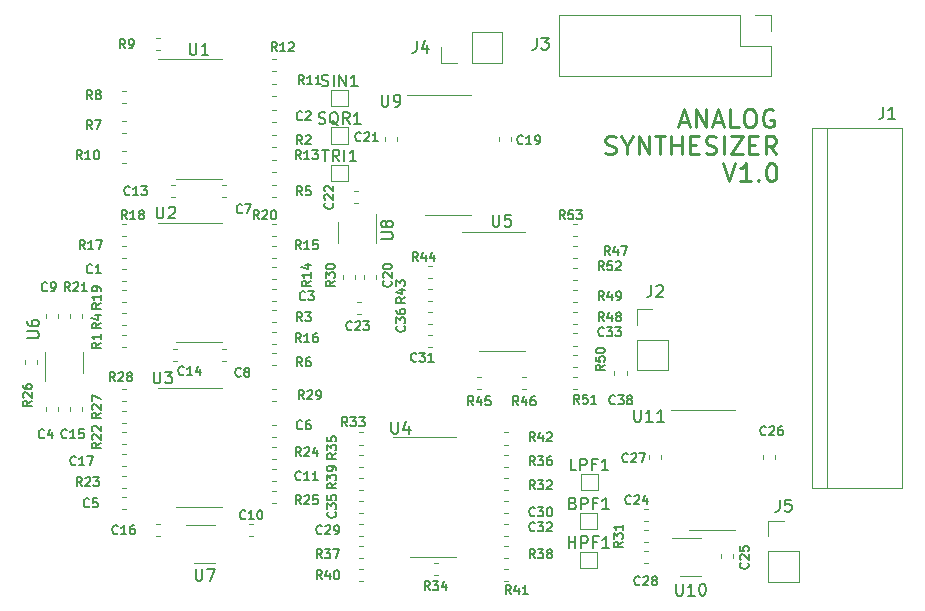
<source format=gto>
G04 #@! TF.GenerationSoftware,KiCad,Pcbnew,(5.1.4)-1*
G04 #@! TF.CreationDate,2019-11-10T12:22:22-05:00*
G04 #@! TF.ProjectId,synth,73796e74-682e-46b6-9963-61645f706362,rev?*
G04 #@! TF.SameCoordinates,Original*
G04 #@! TF.FileFunction,Legend,Top*
G04 #@! TF.FilePolarity,Positive*
%FSLAX46Y46*%
G04 Gerber Fmt 4.6, Leading zero omitted, Abs format (unit mm)*
G04 Created by KiCad (PCBNEW (5.1.4)-1) date 2019-11-10 12:22:22*
%MOMM*%
%LPD*%
G04 APERTURE LIST*
%ADD10C,0.254000*%
%ADD11C,0.120000*%
%ADD12C,0.150000*%
%ADD13C,0.127000*%
G04 APERTURE END LIST*
D10*
X202655714Y-94415428D02*
X203163714Y-95939428D01*
X203671714Y-94415428D01*
X204978000Y-95939428D02*
X204107142Y-95939428D01*
X204542571Y-95939428D02*
X204542571Y-94415428D01*
X204397428Y-94633142D01*
X204252285Y-94778285D01*
X204107142Y-94850857D01*
X205631142Y-95794285D02*
X205703714Y-95866857D01*
X205631142Y-95939428D01*
X205558571Y-95866857D01*
X205631142Y-95794285D01*
X205631142Y-95939428D01*
X206647142Y-94415428D02*
X206792285Y-94415428D01*
X206937428Y-94488000D01*
X207010000Y-94560571D01*
X207082571Y-94705714D01*
X207155142Y-94996000D01*
X207155142Y-95358857D01*
X207082571Y-95649142D01*
X207010000Y-95794285D01*
X206937428Y-95866857D01*
X206792285Y-95939428D01*
X206647142Y-95939428D01*
X206502000Y-95866857D01*
X206429428Y-95794285D01*
X206356857Y-95649142D01*
X206284285Y-95358857D01*
X206284285Y-94996000D01*
X206356857Y-94705714D01*
X206429428Y-94560571D01*
X206502000Y-94488000D01*
X206647142Y-94415428D01*
X192677142Y-93580857D02*
X192894857Y-93653428D01*
X193257714Y-93653428D01*
X193402857Y-93580857D01*
X193475428Y-93508285D01*
X193548000Y-93363142D01*
X193548000Y-93218000D01*
X193475428Y-93072857D01*
X193402857Y-93000285D01*
X193257714Y-92927714D01*
X192967428Y-92855142D01*
X192822285Y-92782571D01*
X192749714Y-92710000D01*
X192677142Y-92564857D01*
X192677142Y-92419714D01*
X192749714Y-92274571D01*
X192822285Y-92202000D01*
X192967428Y-92129428D01*
X193330285Y-92129428D01*
X193548000Y-92202000D01*
X194491428Y-92927714D02*
X194491428Y-93653428D01*
X193983428Y-92129428D02*
X194491428Y-92927714D01*
X194999428Y-92129428D01*
X195507428Y-93653428D02*
X195507428Y-92129428D01*
X196378285Y-93653428D01*
X196378285Y-92129428D01*
X196886285Y-92129428D02*
X197757142Y-92129428D01*
X197321714Y-93653428D02*
X197321714Y-92129428D01*
X198265142Y-93653428D02*
X198265142Y-92129428D01*
X198265142Y-92855142D02*
X199136000Y-92855142D01*
X199136000Y-93653428D02*
X199136000Y-92129428D01*
X199861714Y-92855142D02*
X200369714Y-92855142D01*
X200587428Y-93653428D02*
X199861714Y-93653428D01*
X199861714Y-92129428D01*
X200587428Y-92129428D01*
X201168000Y-93580857D02*
X201385714Y-93653428D01*
X201748571Y-93653428D01*
X201893714Y-93580857D01*
X201966285Y-93508285D01*
X202038857Y-93363142D01*
X202038857Y-93218000D01*
X201966285Y-93072857D01*
X201893714Y-93000285D01*
X201748571Y-92927714D01*
X201458285Y-92855142D01*
X201313142Y-92782571D01*
X201240571Y-92710000D01*
X201168000Y-92564857D01*
X201168000Y-92419714D01*
X201240571Y-92274571D01*
X201313142Y-92202000D01*
X201458285Y-92129428D01*
X201821142Y-92129428D01*
X202038857Y-92202000D01*
X202692000Y-93653428D02*
X202692000Y-92129428D01*
X203272571Y-92129428D02*
X204288571Y-92129428D01*
X203272571Y-93653428D01*
X204288571Y-93653428D01*
X204869142Y-92855142D02*
X205377142Y-92855142D01*
X205594857Y-93653428D02*
X204869142Y-93653428D01*
X204869142Y-92129428D01*
X205594857Y-92129428D01*
X207118857Y-93653428D02*
X206610857Y-92927714D01*
X206248000Y-93653428D02*
X206248000Y-92129428D01*
X206828571Y-92129428D01*
X206973714Y-92202000D01*
X207046285Y-92274571D01*
X207118857Y-92419714D01*
X207118857Y-92637428D01*
X207046285Y-92782571D01*
X206973714Y-92855142D01*
X206828571Y-92927714D01*
X206248000Y-92927714D01*
X198954571Y-90932000D02*
X199680285Y-90932000D01*
X198809428Y-91367428D02*
X199317428Y-89843428D01*
X199825428Y-91367428D01*
X200333428Y-91367428D02*
X200333428Y-89843428D01*
X201204285Y-91367428D01*
X201204285Y-89843428D01*
X201857428Y-90932000D02*
X202583142Y-90932000D01*
X201712285Y-91367428D02*
X202220285Y-89843428D01*
X202728285Y-91367428D01*
X203962000Y-91367428D02*
X203236285Y-91367428D01*
X203236285Y-89843428D01*
X204760285Y-89843428D02*
X205050571Y-89843428D01*
X205195714Y-89916000D01*
X205340857Y-90061142D01*
X205413428Y-90351428D01*
X205413428Y-90859428D01*
X205340857Y-91149714D01*
X205195714Y-91294857D01*
X205050571Y-91367428D01*
X204760285Y-91367428D01*
X204615142Y-91294857D01*
X204470000Y-91149714D01*
X204397428Y-90859428D01*
X204397428Y-90351428D01*
X204470000Y-90061142D01*
X204615142Y-89916000D01*
X204760285Y-89843428D01*
X206864857Y-89916000D02*
X206719714Y-89843428D01*
X206502000Y-89843428D01*
X206284285Y-89916000D01*
X206139142Y-90061142D01*
X206066571Y-90206285D01*
X205994000Y-90496571D01*
X205994000Y-90714285D01*
X206066571Y-91004571D01*
X206139142Y-91149714D01*
X206284285Y-91294857D01*
X206502000Y-91367428D01*
X206647142Y-91367428D01*
X206864857Y-91294857D01*
X206937428Y-91222285D01*
X206937428Y-90714285D01*
X206647142Y-90714285D01*
D11*
X190562000Y-127290600D02*
X191962000Y-127290600D01*
X191962000Y-127290600D02*
X191962000Y-128690600D01*
X191962000Y-128690600D02*
X190562000Y-128690600D01*
X190562000Y-128690600D02*
X190562000Y-127290600D01*
X190562000Y-124014000D02*
X191962000Y-124014000D01*
X191962000Y-124014000D02*
X191962000Y-125414000D01*
X191962000Y-125414000D02*
X190562000Y-125414000D01*
X190562000Y-125414000D02*
X190562000Y-124014000D01*
X190612800Y-120712000D02*
X192012800Y-120712000D01*
X192012800Y-120712000D02*
X192012800Y-122112000D01*
X192012800Y-122112000D02*
X190612800Y-122112000D01*
X190612800Y-122112000D02*
X190612800Y-120712000D01*
X169480000Y-94550000D02*
X170880000Y-94550000D01*
X170880000Y-94550000D02*
X170880000Y-95950000D01*
X170880000Y-95950000D02*
X169480000Y-95950000D01*
X169480000Y-95950000D02*
X169480000Y-94550000D01*
X169480000Y-91375000D02*
X170880000Y-91375000D01*
X170880000Y-91375000D02*
X170880000Y-92775000D01*
X170880000Y-92775000D02*
X169480000Y-92775000D01*
X169480000Y-92775000D02*
X169480000Y-91375000D01*
X169480000Y-88200000D02*
X170880000Y-88200000D01*
X170880000Y-88200000D02*
X170880000Y-89600000D01*
X170880000Y-89600000D02*
X169480000Y-89600000D01*
X169480000Y-89600000D02*
X169480000Y-88200000D01*
X178756000Y-85912000D02*
X178756000Y-84582000D01*
X180086000Y-85912000D02*
X178756000Y-85912000D01*
X181356000Y-85912000D02*
X181356000Y-83252000D01*
X181356000Y-83252000D02*
X183956000Y-83252000D01*
X181356000Y-85912000D02*
X183956000Y-85912000D01*
X183956000Y-85912000D02*
X183956000Y-83252000D01*
X206442000Y-124654000D02*
X207772000Y-124654000D01*
X206442000Y-125984000D02*
X206442000Y-124654000D01*
X206442000Y-127254000D02*
X209102000Y-127254000D01*
X209102000Y-127254000D02*
X209102000Y-129854000D01*
X206442000Y-127254000D02*
X206442000Y-129854000D01*
X206442000Y-129854000D02*
X209102000Y-129854000D01*
X195316800Y-106747000D02*
X196646800Y-106747000D01*
X195316800Y-108077000D02*
X195316800Y-106747000D01*
X195316800Y-109347000D02*
X197976800Y-109347000D01*
X197976800Y-109347000D02*
X197976800Y-111947000D01*
X195316800Y-109347000D02*
X195316800Y-111947000D01*
X195316800Y-111947000D02*
X197976800Y-111947000D01*
X201676000Y-125456000D02*
X203626000Y-125456000D01*
X201676000Y-125456000D02*
X199726000Y-125456000D01*
X201676000Y-115336000D02*
X203626000Y-115336000D01*
X201676000Y-115336000D02*
X198226000Y-115336000D01*
X200798000Y-126152000D02*
X198348000Y-126152000D01*
X198998000Y-129372000D02*
X200798000Y-129372000D01*
X179324000Y-88666000D02*
X175874000Y-88666000D01*
X179324000Y-88666000D02*
X181274000Y-88666000D01*
X179324000Y-98786000D02*
X177374000Y-98786000D01*
X179324000Y-98786000D02*
X181274000Y-98786000D01*
X173248000Y-101146000D02*
X173248000Y-98696000D01*
X170028000Y-99346000D02*
X170028000Y-101146000D01*
X159650000Y-125009000D02*
X157200000Y-125009000D01*
X157850000Y-128229000D02*
X159650000Y-128229000D01*
X145202000Y-110352000D02*
X145202000Y-112802000D01*
X148422000Y-112152000D02*
X148422000Y-110352000D01*
X183958000Y-100223000D02*
X180508000Y-100223000D01*
X183958000Y-100223000D02*
X185908000Y-100223000D01*
X183958000Y-110343000D02*
X182008000Y-110343000D01*
X183958000Y-110343000D02*
X185908000Y-110343000D01*
X178116000Y-117622000D02*
X174666000Y-117622000D01*
X178116000Y-117622000D02*
X180066000Y-117622000D01*
X178116000Y-127742000D02*
X176166000Y-127742000D01*
X178116000Y-127742000D02*
X180066000Y-127742000D01*
X158242000Y-113431000D02*
X154792000Y-113431000D01*
X158242000Y-113431000D02*
X160192000Y-113431000D01*
X158242000Y-123551000D02*
X156292000Y-123551000D01*
X158242000Y-123551000D02*
X160192000Y-123551000D01*
X158242000Y-99461000D02*
X154792000Y-99461000D01*
X158242000Y-99461000D02*
X160192000Y-99461000D01*
X158242000Y-109581000D02*
X156292000Y-109581000D01*
X158242000Y-109581000D02*
X160192000Y-109581000D01*
X158242000Y-85618000D02*
X154792000Y-85618000D01*
X158242000Y-85618000D02*
X160192000Y-85618000D01*
X158242000Y-95738000D02*
X156292000Y-95738000D01*
X158242000Y-95738000D02*
X160192000Y-95738000D01*
X189933733Y-100586000D02*
X190276267Y-100586000D01*
X189933733Y-99566000D02*
X190276267Y-99566000D01*
X189933733Y-104287142D02*
X190276267Y-104287142D01*
X189933733Y-103267142D02*
X190276267Y-103267142D01*
X189933733Y-113540000D02*
X190276267Y-113540000D01*
X189933733Y-112520000D02*
X190276267Y-112520000D01*
X189933733Y-111689426D02*
X190276267Y-111689426D01*
X189933733Y-110669426D02*
X190276267Y-110669426D01*
X189933733Y-106137713D02*
X190276267Y-106137713D01*
X189933733Y-105117713D02*
X190276267Y-105117713D01*
X190276267Y-106968284D02*
X189933733Y-106968284D01*
X190276267Y-107988284D02*
X189933733Y-107988284D01*
X189933733Y-102436571D02*
X190276267Y-102436571D01*
X189933733Y-101416571D02*
X190276267Y-101416571D01*
X185629733Y-113540000D02*
X185972267Y-113540000D01*
X185629733Y-112520000D02*
X185972267Y-112520000D01*
X181819733Y-113540000D02*
X182162267Y-113540000D01*
X181819733Y-112520000D02*
X182162267Y-112520000D01*
X177642733Y-104142000D02*
X177985267Y-104142000D01*
X177642733Y-103122000D02*
X177985267Y-103122000D01*
X177642733Y-106089333D02*
X177985267Y-106089333D01*
X177642733Y-105069333D02*
X177985267Y-105069333D01*
X184091733Y-118220857D02*
X184434267Y-118220857D01*
X184091733Y-117200857D02*
X184434267Y-117200857D01*
X184091733Y-129796000D02*
X184434267Y-129796000D01*
X184091733Y-128776000D02*
X184434267Y-128776000D01*
X171800733Y-129796000D02*
X172143267Y-129796000D01*
X171800733Y-128776000D02*
X172143267Y-128776000D01*
X172143267Y-121059237D02*
X171800733Y-121059237D01*
X172143267Y-122079237D02*
X171800733Y-122079237D01*
X184091733Y-127866807D02*
X184434267Y-127866807D01*
X184091733Y-126846807D02*
X184434267Y-126846807D01*
X172143267Y-126846807D02*
X171800733Y-126846807D01*
X172143267Y-127866807D02*
X171800733Y-127866807D01*
X184091733Y-120150047D02*
X184434267Y-120150047D01*
X184091733Y-119130047D02*
X184434267Y-119130047D01*
X172143267Y-119130047D02*
X171800733Y-119130047D01*
X172143267Y-120150047D02*
X171800733Y-120150047D01*
X178479267Y-128268000D02*
X178136733Y-128268000D01*
X178479267Y-129288000D02*
X178136733Y-129288000D01*
X171800733Y-118220857D02*
X172143267Y-118220857D01*
X171800733Y-117200857D02*
X172143267Y-117200857D01*
X184091733Y-122079237D02*
X184434267Y-122079237D01*
X184091733Y-121059237D02*
X184434267Y-121059237D01*
X196259267Y-125474000D02*
X195916733Y-125474000D01*
X196259267Y-126494000D02*
X195916733Y-126494000D01*
X171452000Y-104170267D02*
X171452000Y-103827733D01*
X170432000Y-104170267D02*
X170432000Y-103827733D01*
X164763267Y-113536000D02*
X164420733Y-113536000D01*
X164763267Y-114556000D02*
X164420733Y-114556000D01*
X151720733Y-114556000D02*
X152063267Y-114556000D01*
X151720733Y-113536000D02*
X152063267Y-113536000D01*
X151720733Y-116384800D02*
X152063267Y-116384800D01*
X151720733Y-115364800D02*
X152063267Y-115364800D01*
X144528000Y-111423267D02*
X144528000Y-111080733D01*
X143508000Y-111423267D02*
X143508000Y-111080733D01*
X164763267Y-122172000D02*
X164420733Y-122172000D01*
X164763267Y-123192000D02*
X164420733Y-123192000D01*
X164763267Y-118446666D02*
X164420733Y-118446666D01*
X164763267Y-119466666D02*
X164420733Y-119466666D01*
X151720733Y-121871200D02*
X152063267Y-121871200D01*
X151720733Y-120851200D02*
X152063267Y-120851200D01*
X151720733Y-118213600D02*
X152063267Y-118213600D01*
X151720733Y-117193600D02*
X152063267Y-117193600D01*
X148338000Y-107472267D02*
X148338000Y-107129733D01*
X147318000Y-107472267D02*
X147318000Y-107129733D01*
X164420733Y-100586000D02*
X164763267Y-100586000D01*
X164420733Y-99566000D02*
X164763267Y-99566000D01*
X152063267Y-105154000D02*
X151720733Y-105154000D01*
X152063267Y-106174000D02*
X151720733Y-106174000D01*
X151720733Y-100586000D02*
X152063267Y-100586000D01*
X151720733Y-99566000D02*
X152063267Y-99566000D01*
X151720733Y-102465600D02*
X152063267Y-102465600D01*
X151720733Y-101445600D02*
X152063267Y-101445600D01*
X164420733Y-109687665D02*
X164763267Y-109687665D01*
X164420733Y-108667665D02*
X164763267Y-108667665D01*
X164763267Y-101386333D02*
X164420733Y-101386333D01*
X164763267Y-102406333D02*
X164420733Y-102406333D01*
X164763267Y-103206666D02*
X164420733Y-103206666D01*
X164763267Y-104226666D02*
X164420733Y-104226666D01*
X164763267Y-94130400D02*
X164420733Y-94130400D01*
X164763267Y-95150400D02*
X164420733Y-95150400D01*
X164763267Y-85596000D02*
X164420733Y-85596000D01*
X164763267Y-86616000D02*
X164420733Y-86616000D01*
X164763267Y-87729600D02*
X164420733Y-87729600D01*
X164763267Y-88749600D02*
X164420733Y-88749600D01*
X151720733Y-94363000D02*
X152063267Y-94363000D01*
X151720733Y-93343000D02*
X152063267Y-93343000D01*
X154655733Y-84838000D02*
X154998267Y-84838000D01*
X154655733Y-83818000D02*
X154998267Y-83818000D01*
X151720733Y-89283000D02*
X152063267Y-89283000D01*
X151720733Y-88263000D02*
X152063267Y-88263000D01*
X151720733Y-91823000D02*
X152063267Y-91823000D01*
X151720733Y-90803000D02*
X152063267Y-90803000D01*
X164420733Y-111508000D02*
X164763267Y-111508000D01*
X164420733Y-110488000D02*
X164763267Y-110488000D01*
X164763267Y-96264000D02*
X164420733Y-96264000D01*
X164763267Y-97284000D02*
X164420733Y-97284000D01*
X152063267Y-107059000D02*
X151720733Y-107059000D01*
X152063267Y-108079000D02*
X151720733Y-108079000D01*
X164420733Y-107867332D02*
X164763267Y-107867332D01*
X164420733Y-106847332D02*
X164763267Y-106847332D01*
X164420733Y-93016800D02*
X164763267Y-93016800D01*
X164420733Y-91996800D02*
X164763267Y-91996800D01*
X151720733Y-109984000D02*
X152063267Y-109984000D01*
X151720733Y-108964000D02*
X152063267Y-108964000D01*
X188789000Y-81855000D02*
X188789000Y-87055000D01*
X204089000Y-81855000D02*
X188789000Y-81855000D01*
X206689000Y-87055000D02*
X188789000Y-87055000D01*
X204089000Y-81855000D02*
X204089000Y-84455000D01*
X204089000Y-84455000D02*
X206689000Y-84455000D01*
X206689000Y-84455000D02*
X206689000Y-87055000D01*
X205359000Y-81855000D02*
X206689000Y-81855000D01*
X206689000Y-81855000D02*
X206689000Y-83185000D01*
X217805000Y-91440000D02*
X210185000Y-91440000D01*
X210185000Y-121920000D02*
X217805000Y-121920000D01*
X211455000Y-91440000D02*
X211455000Y-121920000D01*
X217805000Y-91440000D02*
X217805000Y-121920000D01*
X210185000Y-91440000D02*
X210185000Y-121920000D01*
X193444400Y-112020533D02*
X193444400Y-112363067D01*
X194464400Y-112020533D02*
X194464400Y-112363067D01*
X177642733Y-108036666D02*
X177985267Y-108036666D01*
X177642733Y-107016666D02*
X177985267Y-107016666D01*
X171800733Y-124008427D02*
X172143267Y-124008427D01*
X171800733Y-122988427D02*
X172143267Y-122988427D01*
X189933733Y-109838855D02*
X190276267Y-109838855D01*
X189933733Y-108818855D02*
X190276267Y-108818855D01*
X184091733Y-125937617D02*
X184434267Y-125937617D01*
X184091733Y-124917617D02*
X184434267Y-124917617D01*
X177985267Y-108964000D02*
X177642733Y-108964000D01*
X177985267Y-109984000D02*
X177642733Y-109984000D01*
X184091733Y-124008427D02*
X184434267Y-124008427D01*
X184091733Y-122988427D02*
X184434267Y-122988427D01*
X172143267Y-124917617D02*
X171800733Y-124917617D01*
X172143267Y-125937617D02*
X171800733Y-125937617D01*
X195916733Y-128272000D02*
X196259267Y-128272000D01*
X195916733Y-127252000D02*
X196259267Y-127252000D01*
X196340000Y-119410267D02*
X196340000Y-119067733D01*
X197360000Y-119410267D02*
X197360000Y-119067733D01*
X205992000Y-119438267D02*
X205992000Y-119095733D01*
X207012000Y-119438267D02*
X207012000Y-119095733D01*
X203456000Y-127449733D02*
X203456000Y-127792267D01*
X202436000Y-127449733D02*
X202436000Y-127792267D01*
X196259267Y-123696000D02*
X195916733Y-123696000D01*
X196259267Y-124716000D02*
X195916733Y-124716000D01*
X171645733Y-107190000D02*
X171988267Y-107190000D01*
X171645733Y-106170000D02*
X171988267Y-106170000D01*
X171419733Y-97792000D02*
X171762267Y-97792000D01*
X171419733Y-96772000D02*
X171762267Y-96772000D01*
X175008000Y-92486267D02*
X175008000Y-92143733D01*
X173988000Y-92486267D02*
X173988000Y-92143733D01*
X172210000Y-103827733D02*
X172210000Y-104170267D01*
X173230000Y-103827733D02*
X173230000Y-104170267D01*
X184660000Y-92514267D02*
X184660000Y-92171733D01*
X183640000Y-92514267D02*
X183640000Y-92171733D01*
X151720733Y-120042400D02*
X152063267Y-120042400D01*
X151720733Y-119022400D02*
X152063267Y-119022400D01*
X154655733Y-125986000D02*
X154998267Y-125986000D01*
X154655733Y-124966000D02*
X154998267Y-124966000D01*
X148338000Y-115346267D02*
X148338000Y-115003733D01*
X147318000Y-115346267D02*
X147318000Y-115003733D01*
X156052733Y-111127000D02*
X156395267Y-111127000D01*
X156052733Y-110107000D02*
X156395267Y-110107000D01*
X155925733Y-97284000D02*
X156268267Y-97284000D01*
X155925733Y-96264000D02*
X156268267Y-96264000D01*
X164420733Y-121329332D02*
X164763267Y-121329332D01*
X164420733Y-120309332D02*
X164763267Y-120309332D01*
X162501733Y-125986000D02*
X162844267Y-125986000D01*
X162501733Y-124966000D02*
X162844267Y-124966000D01*
X146306000Y-107472267D02*
X146306000Y-107129733D01*
X145286000Y-107472267D02*
X145286000Y-107129733D01*
X160229733Y-111127000D02*
X160572267Y-111127000D01*
X160229733Y-110107000D02*
X160572267Y-110107000D01*
X160215733Y-97284000D02*
X160558267Y-97284000D01*
X160215733Y-96264000D02*
X160558267Y-96264000D01*
X164420733Y-117604000D02*
X164763267Y-117604000D01*
X164420733Y-116584000D02*
X164763267Y-116584000D01*
X152063267Y-122680000D02*
X151720733Y-122680000D01*
X152063267Y-123700000D02*
X151720733Y-123700000D01*
X145286000Y-115003733D02*
X145286000Y-115346267D01*
X146306000Y-115003733D02*
X146306000Y-115346267D01*
X164420733Y-106046999D02*
X164763267Y-106046999D01*
X164420733Y-105026999D02*
X164763267Y-105026999D01*
X164420733Y-90883200D02*
X164763267Y-90883200D01*
X164420733Y-89863200D02*
X164763267Y-89863200D01*
X152063267Y-103325200D02*
X151720733Y-103325200D01*
X152063267Y-104345200D02*
X151720733Y-104345200D01*
D12*
X189571523Y-126994980D02*
X189571523Y-125994980D01*
X189571523Y-126471171D02*
X190142952Y-126471171D01*
X190142952Y-126994980D02*
X190142952Y-125994980D01*
X190619142Y-126994980D02*
X190619142Y-125994980D01*
X191000095Y-125994980D01*
X191095333Y-126042600D01*
X191142952Y-126090219D01*
X191190571Y-126185457D01*
X191190571Y-126328314D01*
X191142952Y-126423552D01*
X191095333Y-126471171D01*
X191000095Y-126518790D01*
X190619142Y-126518790D01*
X191952476Y-126471171D02*
X191619142Y-126471171D01*
X191619142Y-126994980D02*
X191619142Y-125994980D01*
X192095333Y-125994980D01*
X193000095Y-126994980D02*
X192428666Y-126994980D01*
X192714380Y-126994980D02*
X192714380Y-125994980D01*
X192619142Y-126137838D01*
X192523904Y-126233076D01*
X192428666Y-126280695D01*
X189928666Y-123194571D02*
X190071523Y-123242190D01*
X190119142Y-123289809D01*
X190166761Y-123385047D01*
X190166761Y-123527904D01*
X190119142Y-123623142D01*
X190071523Y-123670761D01*
X189976285Y-123718380D01*
X189595333Y-123718380D01*
X189595333Y-122718380D01*
X189928666Y-122718380D01*
X190023904Y-122766000D01*
X190071523Y-122813619D01*
X190119142Y-122908857D01*
X190119142Y-123004095D01*
X190071523Y-123099333D01*
X190023904Y-123146952D01*
X189928666Y-123194571D01*
X189595333Y-123194571D01*
X190595333Y-123718380D02*
X190595333Y-122718380D01*
X190976285Y-122718380D01*
X191071523Y-122766000D01*
X191119142Y-122813619D01*
X191166761Y-122908857D01*
X191166761Y-123051714D01*
X191119142Y-123146952D01*
X191071523Y-123194571D01*
X190976285Y-123242190D01*
X190595333Y-123242190D01*
X191928666Y-123194571D02*
X191595333Y-123194571D01*
X191595333Y-123718380D02*
X191595333Y-122718380D01*
X192071523Y-122718380D01*
X192976285Y-123718380D02*
X192404857Y-123718380D01*
X192690571Y-123718380D02*
X192690571Y-122718380D01*
X192595333Y-122861238D01*
X192500095Y-122956476D01*
X192404857Y-123004095D01*
X190217561Y-120416380D02*
X189741371Y-120416380D01*
X189741371Y-119416380D01*
X190550895Y-120416380D02*
X190550895Y-119416380D01*
X190931847Y-119416380D01*
X191027085Y-119464000D01*
X191074704Y-119511619D01*
X191122323Y-119606857D01*
X191122323Y-119749714D01*
X191074704Y-119844952D01*
X191027085Y-119892571D01*
X190931847Y-119940190D01*
X190550895Y-119940190D01*
X191884228Y-119892571D02*
X191550895Y-119892571D01*
X191550895Y-120416380D02*
X191550895Y-119416380D01*
X192027085Y-119416380D01*
X192931847Y-120416380D02*
X192360419Y-120416380D01*
X192646133Y-120416380D02*
X192646133Y-119416380D01*
X192550895Y-119559238D01*
X192455657Y-119654476D01*
X192360419Y-119702095D01*
X168680000Y-93254380D02*
X169251428Y-93254380D01*
X168965714Y-94254380D02*
X168965714Y-93254380D01*
X170156190Y-94254380D02*
X169822857Y-93778190D01*
X169584761Y-94254380D02*
X169584761Y-93254380D01*
X169965714Y-93254380D01*
X170060952Y-93302000D01*
X170108571Y-93349619D01*
X170156190Y-93444857D01*
X170156190Y-93587714D01*
X170108571Y-93682952D01*
X170060952Y-93730571D01*
X169965714Y-93778190D01*
X169584761Y-93778190D01*
X170584761Y-94254380D02*
X170584761Y-93254380D01*
X171584761Y-94254380D02*
X171013333Y-94254380D01*
X171299047Y-94254380D02*
X171299047Y-93254380D01*
X171203809Y-93397238D01*
X171108571Y-93492476D01*
X171013333Y-93540095D01*
X168394285Y-91031761D02*
X168537142Y-91079380D01*
X168775238Y-91079380D01*
X168870476Y-91031761D01*
X168918095Y-90984142D01*
X168965714Y-90888904D01*
X168965714Y-90793666D01*
X168918095Y-90698428D01*
X168870476Y-90650809D01*
X168775238Y-90603190D01*
X168584761Y-90555571D01*
X168489523Y-90507952D01*
X168441904Y-90460333D01*
X168394285Y-90365095D01*
X168394285Y-90269857D01*
X168441904Y-90174619D01*
X168489523Y-90127000D01*
X168584761Y-90079380D01*
X168822857Y-90079380D01*
X168965714Y-90127000D01*
X170060952Y-91174619D02*
X169965714Y-91127000D01*
X169870476Y-91031761D01*
X169727619Y-90888904D01*
X169632380Y-90841285D01*
X169537142Y-90841285D01*
X169584761Y-91079380D02*
X169489523Y-91031761D01*
X169394285Y-90936523D01*
X169346666Y-90746047D01*
X169346666Y-90412714D01*
X169394285Y-90222238D01*
X169489523Y-90127000D01*
X169584761Y-90079380D01*
X169775238Y-90079380D01*
X169870476Y-90127000D01*
X169965714Y-90222238D01*
X170013333Y-90412714D01*
X170013333Y-90746047D01*
X169965714Y-90936523D01*
X169870476Y-91031761D01*
X169775238Y-91079380D01*
X169584761Y-91079380D01*
X171013333Y-91079380D02*
X170680000Y-90603190D01*
X170441904Y-91079380D02*
X170441904Y-90079380D01*
X170822857Y-90079380D01*
X170918095Y-90127000D01*
X170965714Y-90174619D01*
X171013333Y-90269857D01*
X171013333Y-90412714D01*
X170965714Y-90507952D01*
X170918095Y-90555571D01*
X170822857Y-90603190D01*
X170441904Y-90603190D01*
X171965714Y-91079380D02*
X171394285Y-91079380D01*
X171680000Y-91079380D02*
X171680000Y-90079380D01*
X171584761Y-90222238D01*
X171489523Y-90317476D01*
X171394285Y-90365095D01*
X168656190Y-87856761D02*
X168799047Y-87904380D01*
X169037142Y-87904380D01*
X169132380Y-87856761D01*
X169180000Y-87809142D01*
X169227619Y-87713904D01*
X169227619Y-87618666D01*
X169180000Y-87523428D01*
X169132380Y-87475809D01*
X169037142Y-87428190D01*
X168846666Y-87380571D01*
X168751428Y-87332952D01*
X168703809Y-87285333D01*
X168656190Y-87190095D01*
X168656190Y-87094857D01*
X168703809Y-86999619D01*
X168751428Y-86952000D01*
X168846666Y-86904380D01*
X169084761Y-86904380D01*
X169227619Y-86952000D01*
X169656190Y-87904380D02*
X169656190Y-86904380D01*
X170132380Y-87904380D02*
X170132380Y-86904380D01*
X170703809Y-87904380D01*
X170703809Y-86904380D01*
X171703809Y-87904380D02*
X171132380Y-87904380D01*
X171418095Y-87904380D02*
X171418095Y-86904380D01*
X171322857Y-87047238D01*
X171227619Y-87142476D01*
X171132380Y-87190095D01*
X176704666Y-84034380D02*
X176704666Y-84748666D01*
X176657047Y-84891523D01*
X176561809Y-84986761D01*
X176418952Y-85034380D01*
X176323714Y-85034380D01*
X177609428Y-84367714D02*
X177609428Y-85034380D01*
X177371333Y-83986761D02*
X177133238Y-84701047D01*
X177752285Y-84701047D01*
X207438666Y-122896380D02*
X207438666Y-123610666D01*
X207391047Y-123753523D01*
X207295809Y-123848761D01*
X207152952Y-123896380D01*
X207057714Y-123896380D01*
X208391047Y-122896380D02*
X207914857Y-122896380D01*
X207867238Y-123372571D01*
X207914857Y-123324952D01*
X208010095Y-123277333D01*
X208248190Y-123277333D01*
X208343428Y-123324952D01*
X208391047Y-123372571D01*
X208438666Y-123467809D01*
X208438666Y-123705904D01*
X208391047Y-123801142D01*
X208343428Y-123848761D01*
X208248190Y-123896380D01*
X208010095Y-123896380D01*
X207914857Y-123848761D01*
X207867238Y-123801142D01*
X196567466Y-104735380D02*
X196567466Y-105449666D01*
X196519847Y-105592523D01*
X196424609Y-105687761D01*
X196281752Y-105735380D01*
X196186514Y-105735380D01*
X196996038Y-104830619D02*
X197043657Y-104783000D01*
X197138895Y-104735380D01*
X197376990Y-104735380D01*
X197472228Y-104783000D01*
X197519847Y-104830619D01*
X197567466Y-104925857D01*
X197567466Y-105021095D01*
X197519847Y-105163952D01*
X196948419Y-105735380D01*
X197567466Y-105735380D01*
X195103904Y-115276380D02*
X195103904Y-116085904D01*
X195151523Y-116181142D01*
X195199142Y-116228761D01*
X195294380Y-116276380D01*
X195484857Y-116276380D01*
X195580095Y-116228761D01*
X195627714Y-116181142D01*
X195675333Y-116085904D01*
X195675333Y-115276380D01*
X196675333Y-116276380D02*
X196103904Y-116276380D01*
X196389619Y-116276380D02*
X196389619Y-115276380D01*
X196294380Y-115419238D01*
X196199142Y-115514476D01*
X196103904Y-115562095D01*
X197627714Y-116276380D02*
X197056285Y-116276380D01*
X197342000Y-116276380D02*
X197342000Y-115276380D01*
X197246761Y-115419238D01*
X197151523Y-115514476D01*
X197056285Y-115562095D01*
X198659904Y-130008380D02*
X198659904Y-130817904D01*
X198707523Y-130913142D01*
X198755142Y-130960761D01*
X198850380Y-131008380D01*
X199040857Y-131008380D01*
X199136095Y-130960761D01*
X199183714Y-130913142D01*
X199231333Y-130817904D01*
X199231333Y-130008380D01*
X200231333Y-131008380D02*
X199659904Y-131008380D01*
X199945619Y-131008380D02*
X199945619Y-130008380D01*
X199850380Y-130151238D01*
X199755142Y-130246476D01*
X199659904Y-130294095D01*
X200850380Y-130008380D02*
X200945619Y-130008380D01*
X201040857Y-130056000D01*
X201088476Y-130103619D01*
X201136095Y-130198857D01*
X201183714Y-130389333D01*
X201183714Y-130627428D01*
X201136095Y-130817904D01*
X201088476Y-130913142D01*
X201040857Y-130960761D01*
X200945619Y-131008380D01*
X200850380Y-131008380D01*
X200755142Y-130960761D01*
X200707523Y-130913142D01*
X200659904Y-130817904D01*
X200612285Y-130627428D01*
X200612285Y-130389333D01*
X200659904Y-130198857D01*
X200707523Y-130103619D01*
X200755142Y-130056000D01*
X200850380Y-130008380D01*
X173736095Y-88606380D02*
X173736095Y-89415904D01*
X173783714Y-89511142D01*
X173831333Y-89558761D01*
X173926571Y-89606380D01*
X174117047Y-89606380D01*
X174212285Y-89558761D01*
X174259904Y-89511142D01*
X174307523Y-89415904D01*
X174307523Y-88606380D01*
X174831333Y-89606380D02*
X175021809Y-89606380D01*
X175117047Y-89558761D01*
X175164666Y-89511142D01*
X175259904Y-89368285D01*
X175307523Y-89177809D01*
X175307523Y-88796857D01*
X175259904Y-88701619D01*
X175212285Y-88654000D01*
X175117047Y-88606380D01*
X174926571Y-88606380D01*
X174831333Y-88654000D01*
X174783714Y-88701619D01*
X174736095Y-88796857D01*
X174736095Y-89034952D01*
X174783714Y-89130190D01*
X174831333Y-89177809D01*
X174926571Y-89225428D01*
X175117047Y-89225428D01*
X175212285Y-89177809D01*
X175259904Y-89130190D01*
X175307523Y-89034952D01*
X173696380Y-100837904D02*
X174505904Y-100837904D01*
X174601142Y-100790285D01*
X174648761Y-100742666D01*
X174696380Y-100647428D01*
X174696380Y-100456952D01*
X174648761Y-100361714D01*
X174601142Y-100314095D01*
X174505904Y-100266476D01*
X173696380Y-100266476D01*
X174124952Y-99647428D02*
X174077333Y-99742666D01*
X174029714Y-99790285D01*
X173934476Y-99837904D01*
X173886857Y-99837904D01*
X173791619Y-99790285D01*
X173744000Y-99742666D01*
X173696380Y-99647428D01*
X173696380Y-99456952D01*
X173744000Y-99361714D01*
X173791619Y-99314095D01*
X173886857Y-99266476D01*
X173934476Y-99266476D01*
X174029714Y-99314095D01*
X174077333Y-99361714D01*
X174124952Y-99456952D01*
X174124952Y-99647428D01*
X174172571Y-99742666D01*
X174220190Y-99790285D01*
X174315428Y-99837904D01*
X174505904Y-99837904D01*
X174601142Y-99790285D01*
X174648761Y-99742666D01*
X174696380Y-99647428D01*
X174696380Y-99456952D01*
X174648761Y-99361714D01*
X174601142Y-99314095D01*
X174505904Y-99266476D01*
X174315428Y-99266476D01*
X174220190Y-99314095D01*
X174172571Y-99361714D01*
X174124952Y-99456952D01*
X157988095Y-128738380D02*
X157988095Y-129547904D01*
X158035714Y-129643142D01*
X158083333Y-129690761D01*
X158178571Y-129738380D01*
X158369047Y-129738380D01*
X158464285Y-129690761D01*
X158511904Y-129643142D01*
X158559523Y-129547904D01*
X158559523Y-128738380D01*
X158940476Y-128738380D02*
X159607142Y-128738380D01*
X159178571Y-129738380D01*
X143724380Y-109219904D02*
X144533904Y-109219904D01*
X144629142Y-109172285D01*
X144676761Y-109124666D01*
X144724380Y-109029428D01*
X144724380Y-108838952D01*
X144676761Y-108743714D01*
X144629142Y-108696095D01*
X144533904Y-108648476D01*
X143724380Y-108648476D01*
X143724380Y-107743714D02*
X143724380Y-107934190D01*
X143772000Y-108029428D01*
X143819619Y-108077047D01*
X143962476Y-108172285D01*
X144152952Y-108219904D01*
X144533904Y-108219904D01*
X144629142Y-108172285D01*
X144676761Y-108124666D01*
X144724380Y-108029428D01*
X144724380Y-107838952D01*
X144676761Y-107743714D01*
X144629142Y-107696095D01*
X144533904Y-107648476D01*
X144295809Y-107648476D01*
X144200571Y-107696095D01*
X144152952Y-107743714D01*
X144105333Y-107838952D01*
X144105333Y-108029428D01*
X144152952Y-108124666D01*
X144200571Y-108172285D01*
X144295809Y-108219904D01*
X183134095Y-98766380D02*
X183134095Y-99575904D01*
X183181714Y-99671142D01*
X183229333Y-99718761D01*
X183324571Y-99766380D01*
X183515047Y-99766380D01*
X183610285Y-99718761D01*
X183657904Y-99671142D01*
X183705523Y-99575904D01*
X183705523Y-98766380D01*
X184657904Y-98766380D02*
X184181714Y-98766380D01*
X184134095Y-99242571D01*
X184181714Y-99194952D01*
X184276952Y-99147333D01*
X184515047Y-99147333D01*
X184610285Y-99194952D01*
X184657904Y-99242571D01*
X184705523Y-99337809D01*
X184705523Y-99575904D01*
X184657904Y-99671142D01*
X184610285Y-99718761D01*
X184515047Y-99766380D01*
X184276952Y-99766380D01*
X184181714Y-99718761D01*
X184134095Y-99671142D01*
X174560095Y-116292380D02*
X174560095Y-117101904D01*
X174607714Y-117197142D01*
X174655333Y-117244761D01*
X174750571Y-117292380D01*
X174941047Y-117292380D01*
X175036285Y-117244761D01*
X175083904Y-117197142D01*
X175131523Y-117101904D01*
X175131523Y-116292380D01*
X176036285Y-116625714D02*
X176036285Y-117292380D01*
X175798190Y-116244761D02*
X175560095Y-116959047D01*
X176179142Y-116959047D01*
X154432095Y-112043380D02*
X154432095Y-112852904D01*
X154479714Y-112948142D01*
X154527333Y-112995761D01*
X154622571Y-113043380D01*
X154813047Y-113043380D01*
X154908285Y-112995761D01*
X154955904Y-112948142D01*
X155003523Y-112852904D01*
X155003523Y-112043380D01*
X155384476Y-112043380D02*
X156003523Y-112043380D01*
X155670190Y-112424333D01*
X155813047Y-112424333D01*
X155908285Y-112471952D01*
X155955904Y-112519571D01*
X156003523Y-112614809D01*
X156003523Y-112852904D01*
X155955904Y-112948142D01*
X155908285Y-112995761D01*
X155813047Y-113043380D01*
X155527333Y-113043380D01*
X155432095Y-112995761D01*
X155384476Y-112948142D01*
X154686095Y-98073380D02*
X154686095Y-98882904D01*
X154733714Y-98978142D01*
X154781333Y-99025761D01*
X154876571Y-99073380D01*
X155067047Y-99073380D01*
X155162285Y-99025761D01*
X155209904Y-98978142D01*
X155257523Y-98882904D01*
X155257523Y-98073380D01*
X155686095Y-98168619D02*
X155733714Y-98121000D01*
X155828952Y-98073380D01*
X156067047Y-98073380D01*
X156162285Y-98121000D01*
X156209904Y-98168619D01*
X156257523Y-98263857D01*
X156257523Y-98359095D01*
X156209904Y-98501952D01*
X155638476Y-99073380D01*
X156257523Y-99073380D01*
X157480095Y-84230380D02*
X157480095Y-85039904D01*
X157527714Y-85135142D01*
X157575333Y-85182761D01*
X157670571Y-85230380D01*
X157861047Y-85230380D01*
X157956285Y-85182761D01*
X158003904Y-85135142D01*
X158051523Y-85039904D01*
X158051523Y-84230380D01*
X159051523Y-85230380D02*
X158480095Y-85230380D01*
X158765809Y-85230380D02*
X158765809Y-84230380D01*
X158670571Y-84373238D01*
X158575333Y-84468476D01*
X158480095Y-84516095D01*
D13*
X189248142Y-99150714D02*
X188994142Y-98787857D01*
X188812714Y-99150714D02*
X188812714Y-98388714D01*
X189103000Y-98388714D01*
X189175571Y-98425000D01*
X189211857Y-98461285D01*
X189248142Y-98533857D01*
X189248142Y-98642714D01*
X189211857Y-98715285D01*
X189175571Y-98751571D01*
X189103000Y-98787857D01*
X188812714Y-98787857D01*
X189937571Y-98388714D02*
X189574714Y-98388714D01*
X189538428Y-98751571D01*
X189574714Y-98715285D01*
X189647285Y-98679000D01*
X189828714Y-98679000D01*
X189901285Y-98715285D01*
X189937571Y-98751571D01*
X189973857Y-98824142D01*
X189973857Y-99005571D01*
X189937571Y-99078142D01*
X189901285Y-99114428D01*
X189828714Y-99150714D01*
X189647285Y-99150714D01*
X189574714Y-99114428D01*
X189538428Y-99078142D01*
X190227857Y-98388714D02*
X190699571Y-98388714D01*
X190445571Y-98679000D01*
X190554428Y-98679000D01*
X190627000Y-98715285D01*
X190663285Y-98751571D01*
X190699571Y-98824142D01*
X190699571Y-99005571D01*
X190663285Y-99078142D01*
X190627000Y-99114428D01*
X190554428Y-99150714D01*
X190336714Y-99150714D01*
X190264142Y-99114428D01*
X190227857Y-99078142D01*
X192550142Y-103468714D02*
X192296142Y-103105857D01*
X192114714Y-103468714D02*
X192114714Y-102706714D01*
X192405000Y-102706714D01*
X192477571Y-102743000D01*
X192513857Y-102779285D01*
X192550142Y-102851857D01*
X192550142Y-102960714D01*
X192513857Y-103033285D01*
X192477571Y-103069571D01*
X192405000Y-103105857D01*
X192114714Y-103105857D01*
X193239571Y-102706714D02*
X192876714Y-102706714D01*
X192840428Y-103069571D01*
X192876714Y-103033285D01*
X192949285Y-102997000D01*
X193130714Y-102997000D01*
X193203285Y-103033285D01*
X193239571Y-103069571D01*
X193275857Y-103142142D01*
X193275857Y-103323571D01*
X193239571Y-103396142D01*
X193203285Y-103432428D01*
X193130714Y-103468714D01*
X192949285Y-103468714D01*
X192876714Y-103432428D01*
X192840428Y-103396142D01*
X193566142Y-102779285D02*
X193602428Y-102743000D01*
X193675000Y-102706714D01*
X193856428Y-102706714D01*
X193929000Y-102743000D01*
X193965285Y-102779285D01*
X194001571Y-102851857D01*
X194001571Y-102924428D01*
X193965285Y-103033285D01*
X193529857Y-103468714D01*
X194001571Y-103468714D01*
X190454642Y-114771714D02*
X190200642Y-114408857D01*
X190019214Y-114771714D02*
X190019214Y-114009714D01*
X190309500Y-114009714D01*
X190382071Y-114046000D01*
X190418357Y-114082285D01*
X190454642Y-114154857D01*
X190454642Y-114263714D01*
X190418357Y-114336285D01*
X190382071Y-114372571D01*
X190309500Y-114408857D01*
X190019214Y-114408857D01*
X191144071Y-114009714D02*
X190781214Y-114009714D01*
X190744928Y-114372571D01*
X190781214Y-114336285D01*
X190853785Y-114300000D01*
X191035214Y-114300000D01*
X191107785Y-114336285D01*
X191144071Y-114372571D01*
X191180357Y-114445142D01*
X191180357Y-114626571D01*
X191144071Y-114699142D01*
X191107785Y-114735428D01*
X191035214Y-114771714D01*
X190853785Y-114771714D01*
X190781214Y-114735428D01*
X190744928Y-114699142D01*
X191906071Y-114771714D02*
X191470642Y-114771714D01*
X191688357Y-114771714D02*
X191688357Y-114009714D01*
X191615785Y-114118571D01*
X191543214Y-114191142D01*
X191470642Y-114227428D01*
X192622714Y-111487857D02*
X192259857Y-111741857D01*
X192622714Y-111923285D02*
X191860714Y-111923285D01*
X191860714Y-111633000D01*
X191897000Y-111560428D01*
X191933285Y-111524142D01*
X192005857Y-111487857D01*
X192114714Y-111487857D01*
X192187285Y-111524142D01*
X192223571Y-111560428D01*
X192259857Y-111633000D01*
X192259857Y-111923285D01*
X191860714Y-110798428D02*
X191860714Y-111161285D01*
X192223571Y-111197571D01*
X192187285Y-111161285D01*
X192151000Y-111088714D01*
X192151000Y-110907285D01*
X192187285Y-110834714D01*
X192223571Y-110798428D01*
X192296142Y-110762142D01*
X192477571Y-110762142D01*
X192550142Y-110798428D01*
X192586428Y-110834714D01*
X192622714Y-110907285D01*
X192622714Y-111088714D01*
X192586428Y-111161285D01*
X192550142Y-111197571D01*
X191860714Y-110290428D02*
X191860714Y-110217857D01*
X191897000Y-110145285D01*
X191933285Y-110109000D01*
X192005857Y-110072714D01*
X192151000Y-110036428D01*
X192332428Y-110036428D01*
X192477571Y-110072714D01*
X192550142Y-110109000D01*
X192586428Y-110145285D01*
X192622714Y-110217857D01*
X192622714Y-110290428D01*
X192586428Y-110363000D01*
X192550142Y-110399285D01*
X192477571Y-110435571D01*
X192332428Y-110471857D01*
X192151000Y-110471857D01*
X192005857Y-110435571D01*
X191933285Y-110399285D01*
X191897000Y-110363000D01*
X191860714Y-110290428D01*
X192550142Y-106008714D02*
X192296142Y-105645857D01*
X192114714Y-106008714D02*
X192114714Y-105246714D01*
X192405000Y-105246714D01*
X192477571Y-105283000D01*
X192513857Y-105319285D01*
X192550142Y-105391857D01*
X192550142Y-105500714D01*
X192513857Y-105573285D01*
X192477571Y-105609571D01*
X192405000Y-105645857D01*
X192114714Y-105645857D01*
X193203285Y-105500714D02*
X193203285Y-106008714D01*
X193021857Y-105210428D02*
X192840428Y-105754714D01*
X193312142Y-105754714D01*
X193638714Y-106008714D02*
X193783857Y-106008714D01*
X193856428Y-105972428D01*
X193892714Y-105936142D01*
X193965285Y-105827285D01*
X194001571Y-105682142D01*
X194001571Y-105391857D01*
X193965285Y-105319285D01*
X193929000Y-105283000D01*
X193856428Y-105246714D01*
X193711285Y-105246714D01*
X193638714Y-105283000D01*
X193602428Y-105319285D01*
X193566142Y-105391857D01*
X193566142Y-105573285D01*
X193602428Y-105645857D01*
X193638714Y-105682142D01*
X193711285Y-105718428D01*
X193856428Y-105718428D01*
X193929000Y-105682142D01*
X193965285Y-105645857D01*
X194001571Y-105573285D01*
X192550142Y-107786714D02*
X192296142Y-107423857D01*
X192114714Y-107786714D02*
X192114714Y-107024714D01*
X192405000Y-107024714D01*
X192477571Y-107061000D01*
X192513857Y-107097285D01*
X192550142Y-107169857D01*
X192550142Y-107278714D01*
X192513857Y-107351285D01*
X192477571Y-107387571D01*
X192405000Y-107423857D01*
X192114714Y-107423857D01*
X193203285Y-107278714D02*
X193203285Y-107786714D01*
X193021857Y-106988428D02*
X192840428Y-107532714D01*
X193312142Y-107532714D01*
X193711285Y-107351285D02*
X193638714Y-107315000D01*
X193602428Y-107278714D01*
X193566142Y-107206142D01*
X193566142Y-107169857D01*
X193602428Y-107097285D01*
X193638714Y-107061000D01*
X193711285Y-107024714D01*
X193856428Y-107024714D01*
X193929000Y-107061000D01*
X193965285Y-107097285D01*
X194001571Y-107169857D01*
X194001571Y-107206142D01*
X193965285Y-107278714D01*
X193929000Y-107315000D01*
X193856428Y-107351285D01*
X193711285Y-107351285D01*
X193638714Y-107387571D01*
X193602428Y-107423857D01*
X193566142Y-107496428D01*
X193566142Y-107641571D01*
X193602428Y-107714142D01*
X193638714Y-107750428D01*
X193711285Y-107786714D01*
X193856428Y-107786714D01*
X193929000Y-107750428D01*
X193965285Y-107714142D01*
X194001571Y-107641571D01*
X194001571Y-107496428D01*
X193965285Y-107423857D01*
X193929000Y-107387571D01*
X193856428Y-107351285D01*
X193058142Y-102198714D02*
X192804142Y-101835857D01*
X192622714Y-102198714D02*
X192622714Y-101436714D01*
X192913000Y-101436714D01*
X192985571Y-101473000D01*
X193021857Y-101509285D01*
X193058142Y-101581857D01*
X193058142Y-101690714D01*
X193021857Y-101763285D01*
X192985571Y-101799571D01*
X192913000Y-101835857D01*
X192622714Y-101835857D01*
X193711285Y-101690714D02*
X193711285Y-102198714D01*
X193529857Y-101400428D02*
X193348428Y-101944714D01*
X193820142Y-101944714D01*
X194037857Y-101436714D02*
X194545857Y-101436714D01*
X194219285Y-102198714D01*
X185311142Y-114898714D02*
X185057142Y-114535857D01*
X184875714Y-114898714D02*
X184875714Y-114136714D01*
X185166000Y-114136714D01*
X185238571Y-114173000D01*
X185274857Y-114209285D01*
X185311142Y-114281857D01*
X185311142Y-114390714D01*
X185274857Y-114463285D01*
X185238571Y-114499571D01*
X185166000Y-114535857D01*
X184875714Y-114535857D01*
X185964285Y-114390714D02*
X185964285Y-114898714D01*
X185782857Y-114100428D02*
X185601428Y-114644714D01*
X186073142Y-114644714D01*
X186690000Y-114136714D02*
X186544857Y-114136714D01*
X186472285Y-114173000D01*
X186436000Y-114209285D01*
X186363428Y-114318142D01*
X186327142Y-114463285D01*
X186327142Y-114753571D01*
X186363428Y-114826142D01*
X186399714Y-114862428D01*
X186472285Y-114898714D01*
X186617428Y-114898714D01*
X186690000Y-114862428D01*
X186726285Y-114826142D01*
X186762571Y-114753571D01*
X186762571Y-114572142D01*
X186726285Y-114499571D01*
X186690000Y-114463285D01*
X186617428Y-114427000D01*
X186472285Y-114427000D01*
X186399714Y-114463285D01*
X186363428Y-114499571D01*
X186327142Y-114572142D01*
X181501142Y-114898714D02*
X181247142Y-114535857D01*
X181065714Y-114898714D02*
X181065714Y-114136714D01*
X181356000Y-114136714D01*
X181428571Y-114173000D01*
X181464857Y-114209285D01*
X181501142Y-114281857D01*
X181501142Y-114390714D01*
X181464857Y-114463285D01*
X181428571Y-114499571D01*
X181356000Y-114535857D01*
X181065714Y-114535857D01*
X182154285Y-114390714D02*
X182154285Y-114898714D01*
X181972857Y-114100428D02*
X181791428Y-114644714D01*
X182263142Y-114644714D01*
X182916285Y-114136714D02*
X182553428Y-114136714D01*
X182517142Y-114499571D01*
X182553428Y-114463285D01*
X182626000Y-114427000D01*
X182807428Y-114427000D01*
X182880000Y-114463285D01*
X182916285Y-114499571D01*
X182952571Y-114572142D01*
X182952571Y-114753571D01*
X182916285Y-114826142D01*
X182880000Y-114862428D01*
X182807428Y-114898714D01*
X182626000Y-114898714D01*
X182553428Y-114862428D01*
X182517142Y-114826142D01*
X176802142Y-102706714D02*
X176548142Y-102343857D01*
X176366714Y-102706714D02*
X176366714Y-101944714D01*
X176657000Y-101944714D01*
X176729571Y-101981000D01*
X176765857Y-102017285D01*
X176802142Y-102089857D01*
X176802142Y-102198714D01*
X176765857Y-102271285D01*
X176729571Y-102307571D01*
X176657000Y-102343857D01*
X176366714Y-102343857D01*
X177455285Y-102198714D02*
X177455285Y-102706714D01*
X177273857Y-101908428D02*
X177092428Y-102452714D01*
X177564142Y-102452714D01*
X178181000Y-102198714D02*
X178181000Y-102706714D01*
X177999571Y-101908428D02*
X177818142Y-102452714D01*
X178289857Y-102452714D01*
X175731714Y-105772857D02*
X175368857Y-106026857D01*
X175731714Y-106208285D02*
X174969714Y-106208285D01*
X174969714Y-105918000D01*
X175006000Y-105845428D01*
X175042285Y-105809142D01*
X175114857Y-105772857D01*
X175223714Y-105772857D01*
X175296285Y-105809142D01*
X175332571Y-105845428D01*
X175368857Y-105918000D01*
X175368857Y-106208285D01*
X175223714Y-105119714D02*
X175731714Y-105119714D01*
X174933428Y-105301142D02*
X175477714Y-105482571D01*
X175477714Y-105010857D01*
X174969714Y-104793142D02*
X174969714Y-104321428D01*
X175260000Y-104575428D01*
X175260000Y-104466571D01*
X175296285Y-104394000D01*
X175332571Y-104357714D01*
X175405142Y-104321428D01*
X175586571Y-104321428D01*
X175659142Y-104357714D01*
X175695428Y-104394000D01*
X175731714Y-104466571D01*
X175731714Y-104684285D01*
X175695428Y-104756857D01*
X175659142Y-104793142D01*
X186708142Y-117946714D02*
X186454142Y-117583857D01*
X186272714Y-117946714D02*
X186272714Y-117184714D01*
X186563000Y-117184714D01*
X186635571Y-117221000D01*
X186671857Y-117257285D01*
X186708142Y-117329857D01*
X186708142Y-117438714D01*
X186671857Y-117511285D01*
X186635571Y-117547571D01*
X186563000Y-117583857D01*
X186272714Y-117583857D01*
X187361285Y-117438714D02*
X187361285Y-117946714D01*
X187179857Y-117148428D02*
X186998428Y-117692714D01*
X187470142Y-117692714D01*
X187724142Y-117257285D02*
X187760428Y-117221000D01*
X187833000Y-117184714D01*
X188014428Y-117184714D01*
X188087000Y-117221000D01*
X188123285Y-117257285D01*
X188159571Y-117329857D01*
X188159571Y-117402428D01*
X188123285Y-117511285D01*
X187687857Y-117946714D01*
X188159571Y-117946714D01*
X184676142Y-130900714D02*
X184422142Y-130537857D01*
X184240714Y-130900714D02*
X184240714Y-130138714D01*
X184531000Y-130138714D01*
X184603571Y-130175000D01*
X184639857Y-130211285D01*
X184676142Y-130283857D01*
X184676142Y-130392714D01*
X184639857Y-130465285D01*
X184603571Y-130501571D01*
X184531000Y-130537857D01*
X184240714Y-130537857D01*
X185329285Y-130392714D02*
X185329285Y-130900714D01*
X185147857Y-130102428D02*
X184966428Y-130646714D01*
X185438142Y-130646714D01*
X186127571Y-130900714D02*
X185692142Y-130900714D01*
X185909857Y-130900714D02*
X185909857Y-130138714D01*
X185837285Y-130247571D01*
X185764714Y-130320142D01*
X185692142Y-130356428D01*
X168674142Y-129630714D02*
X168420142Y-129267857D01*
X168238714Y-129630714D02*
X168238714Y-128868714D01*
X168529000Y-128868714D01*
X168601571Y-128905000D01*
X168637857Y-128941285D01*
X168674142Y-129013857D01*
X168674142Y-129122714D01*
X168637857Y-129195285D01*
X168601571Y-129231571D01*
X168529000Y-129267857D01*
X168238714Y-129267857D01*
X169327285Y-129122714D02*
X169327285Y-129630714D01*
X169145857Y-128832428D02*
X168964428Y-129376714D01*
X169436142Y-129376714D01*
X169871571Y-128868714D02*
X169944142Y-128868714D01*
X170016714Y-128905000D01*
X170053000Y-128941285D01*
X170089285Y-129013857D01*
X170125571Y-129159000D01*
X170125571Y-129340428D01*
X170089285Y-129485571D01*
X170053000Y-129558142D01*
X170016714Y-129594428D01*
X169944142Y-129630714D01*
X169871571Y-129630714D01*
X169799000Y-129594428D01*
X169762714Y-129558142D01*
X169726428Y-129485571D01*
X169690142Y-129340428D01*
X169690142Y-129159000D01*
X169726428Y-129013857D01*
X169762714Y-128941285D01*
X169799000Y-128905000D01*
X169871571Y-128868714D01*
X169864314Y-121495457D02*
X169501457Y-121749457D01*
X169864314Y-121930885D02*
X169102314Y-121930885D01*
X169102314Y-121640600D01*
X169138600Y-121568028D01*
X169174885Y-121531742D01*
X169247457Y-121495457D01*
X169356314Y-121495457D01*
X169428885Y-121531742D01*
X169465171Y-121568028D01*
X169501457Y-121640600D01*
X169501457Y-121930885D01*
X169102314Y-121241457D02*
X169102314Y-120769742D01*
X169392600Y-121023742D01*
X169392600Y-120914885D01*
X169428885Y-120842314D01*
X169465171Y-120806028D01*
X169537742Y-120769742D01*
X169719171Y-120769742D01*
X169791742Y-120806028D01*
X169828028Y-120842314D01*
X169864314Y-120914885D01*
X169864314Y-121132600D01*
X169828028Y-121205171D01*
X169791742Y-121241457D01*
X169864314Y-120406885D02*
X169864314Y-120261742D01*
X169828028Y-120189171D01*
X169791742Y-120152885D01*
X169682885Y-120080314D01*
X169537742Y-120044028D01*
X169247457Y-120044028D01*
X169174885Y-120080314D01*
X169138600Y-120116600D01*
X169102314Y-120189171D01*
X169102314Y-120334314D01*
X169138600Y-120406885D01*
X169174885Y-120443171D01*
X169247457Y-120479457D01*
X169428885Y-120479457D01*
X169501457Y-120443171D01*
X169537742Y-120406885D01*
X169574028Y-120334314D01*
X169574028Y-120189171D01*
X169537742Y-120116600D01*
X169501457Y-120080314D01*
X169428885Y-120044028D01*
X186708142Y-127852714D02*
X186454142Y-127489857D01*
X186272714Y-127852714D02*
X186272714Y-127090714D01*
X186563000Y-127090714D01*
X186635571Y-127127000D01*
X186671857Y-127163285D01*
X186708142Y-127235857D01*
X186708142Y-127344714D01*
X186671857Y-127417285D01*
X186635571Y-127453571D01*
X186563000Y-127489857D01*
X186272714Y-127489857D01*
X186962142Y-127090714D02*
X187433857Y-127090714D01*
X187179857Y-127381000D01*
X187288714Y-127381000D01*
X187361285Y-127417285D01*
X187397571Y-127453571D01*
X187433857Y-127526142D01*
X187433857Y-127707571D01*
X187397571Y-127780142D01*
X187361285Y-127816428D01*
X187288714Y-127852714D01*
X187071000Y-127852714D01*
X186998428Y-127816428D01*
X186962142Y-127780142D01*
X187869285Y-127417285D02*
X187796714Y-127381000D01*
X187760428Y-127344714D01*
X187724142Y-127272142D01*
X187724142Y-127235857D01*
X187760428Y-127163285D01*
X187796714Y-127127000D01*
X187869285Y-127090714D01*
X188014428Y-127090714D01*
X188087000Y-127127000D01*
X188123285Y-127163285D01*
X188159571Y-127235857D01*
X188159571Y-127272142D01*
X188123285Y-127344714D01*
X188087000Y-127381000D01*
X188014428Y-127417285D01*
X187869285Y-127417285D01*
X187796714Y-127453571D01*
X187760428Y-127489857D01*
X187724142Y-127562428D01*
X187724142Y-127707571D01*
X187760428Y-127780142D01*
X187796714Y-127816428D01*
X187869285Y-127852714D01*
X188014428Y-127852714D01*
X188087000Y-127816428D01*
X188123285Y-127780142D01*
X188159571Y-127707571D01*
X188159571Y-127562428D01*
X188123285Y-127489857D01*
X188087000Y-127453571D01*
X188014428Y-127417285D01*
X168674142Y-127852714D02*
X168420142Y-127489857D01*
X168238714Y-127852714D02*
X168238714Y-127090714D01*
X168529000Y-127090714D01*
X168601571Y-127127000D01*
X168637857Y-127163285D01*
X168674142Y-127235857D01*
X168674142Y-127344714D01*
X168637857Y-127417285D01*
X168601571Y-127453571D01*
X168529000Y-127489857D01*
X168238714Y-127489857D01*
X168928142Y-127090714D02*
X169399857Y-127090714D01*
X169145857Y-127381000D01*
X169254714Y-127381000D01*
X169327285Y-127417285D01*
X169363571Y-127453571D01*
X169399857Y-127526142D01*
X169399857Y-127707571D01*
X169363571Y-127780142D01*
X169327285Y-127816428D01*
X169254714Y-127852714D01*
X169037000Y-127852714D01*
X168964428Y-127816428D01*
X168928142Y-127780142D01*
X169653857Y-127090714D02*
X170161857Y-127090714D01*
X169835285Y-127852714D01*
X186708142Y-119978714D02*
X186454142Y-119615857D01*
X186272714Y-119978714D02*
X186272714Y-119216714D01*
X186563000Y-119216714D01*
X186635571Y-119253000D01*
X186671857Y-119289285D01*
X186708142Y-119361857D01*
X186708142Y-119470714D01*
X186671857Y-119543285D01*
X186635571Y-119579571D01*
X186563000Y-119615857D01*
X186272714Y-119615857D01*
X186962142Y-119216714D02*
X187433857Y-119216714D01*
X187179857Y-119507000D01*
X187288714Y-119507000D01*
X187361285Y-119543285D01*
X187397571Y-119579571D01*
X187433857Y-119652142D01*
X187433857Y-119833571D01*
X187397571Y-119906142D01*
X187361285Y-119942428D01*
X187288714Y-119978714D01*
X187071000Y-119978714D01*
X186998428Y-119942428D01*
X186962142Y-119906142D01*
X188087000Y-119216714D02*
X187941857Y-119216714D01*
X187869285Y-119253000D01*
X187833000Y-119289285D01*
X187760428Y-119398142D01*
X187724142Y-119543285D01*
X187724142Y-119833571D01*
X187760428Y-119906142D01*
X187796714Y-119942428D01*
X187869285Y-119978714D01*
X188014428Y-119978714D01*
X188087000Y-119942428D01*
X188123285Y-119906142D01*
X188159571Y-119833571D01*
X188159571Y-119652142D01*
X188123285Y-119579571D01*
X188087000Y-119543285D01*
X188014428Y-119507000D01*
X187869285Y-119507000D01*
X187796714Y-119543285D01*
X187760428Y-119579571D01*
X187724142Y-119652142D01*
X169889714Y-118980857D02*
X169526857Y-119234857D01*
X169889714Y-119416285D02*
X169127714Y-119416285D01*
X169127714Y-119126000D01*
X169164000Y-119053428D01*
X169200285Y-119017142D01*
X169272857Y-118980857D01*
X169381714Y-118980857D01*
X169454285Y-119017142D01*
X169490571Y-119053428D01*
X169526857Y-119126000D01*
X169526857Y-119416285D01*
X169127714Y-118726857D02*
X169127714Y-118255142D01*
X169418000Y-118509142D01*
X169418000Y-118400285D01*
X169454285Y-118327714D01*
X169490571Y-118291428D01*
X169563142Y-118255142D01*
X169744571Y-118255142D01*
X169817142Y-118291428D01*
X169853428Y-118327714D01*
X169889714Y-118400285D01*
X169889714Y-118618000D01*
X169853428Y-118690571D01*
X169817142Y-118726857D01*
X169127714Y-117565714D02*
X169127714Y-117928571D01*
X169490571Y-117964857D01*
X169454285Y-117928571D01*
X169418000Y-117856000D01*
X169418000Y-117674571D01*
X169454285Y-117602000D01*
X169490571Y-117565714D01*
X169563142Y-117529428D01*
X169744571Y-117529428D01*
X169817142Y-117565714D01*
X169853428Y-117602000D01*
X169889714Y-117674571D01*
X169889714Y-117856000D01*
X169853428Y-117928571D01*
X169817142Y-117964857D01*
X177818142Y-130552714D02*
X177564142Y-130189857D01*
X177382714Y-130552714D02*
X177382714Y-129790714D01*
X177673000Y-129790714D01*
X177745571Y-129827000D01*
X177781857Y-129863285D01*
X177818142Y-129935857D01*
X177818142Y-130044714D01*
X177781857Y-130117285D01*
X177745571Y-130153571D01*
X177673000Y-130189857D01*
X177382714Y-130189857D01*
X178072142Y-129790714D02*
X178543857Y-129790714D01*
X178289857Y-130081000D01*
X178398714Y-130081000D01*
X178471285Y-130117285D01*
X178507571Y-130153571D01*
X178543857Y-130226142D01*
X178543857Y-130407571D01*
X178507571Y-130480142D01*
X178471285Y-130516428D01*
X178398714Y-130552714D01*
X178181000Y-130552714D01*
X178108428Y-130516428D01*
X178072142Y-130480142D01*
X179197000Y-130044714D02*
X179197000Y-130552714D01*
X179015571Y-129754428D02*
X178834142Y-130298714D01*
X179305857Y-130298714D01*
X170833142Y-116676714D02*
X170579142Y-116313857D01*
X170397714Y-116676714D02*
X170397714Y-115914714D01*
X170688000Y-115914714D01*
X170760571Y-115951000D01*
X170796857Y-115987285D01*
X170833142Y-116059857D01*
X170833142Y-116168714D01*
X170796857Y-116241285D01*
X170760571Y-116277571D01*
X170688000Y-116313857D01*
X170397714Y-116313857D01*
X171087142Y-115914714D02*
X171558857Y-115914714D01*
X171304857Y-116205000D01*
X171413714Y-116205000D01*
X171486285Y-116241285D01*
X171522571Y-116277571D01*
X171558857Y-116350142D01*
X171558857Y-116531571D01*
X171522571Y-116604142D01*
X171486285Y-116640428D01*
X171413714Y-116676714D01*
X171196000Y-116676714D01*
X171123428Y-116640428D01*
X171087142Y-116604142D01*
X171812857Y-115914714D02*
X172284571Y-115914714D01*
X172030571Y-116205000D01*
X172139428Y-116205000D01*
X172212000Y-116241285D01*
X172248285Y-116277571D01*
X172284571Y-116350142D01*
X172284571Y-116531571D01*
X172248285Y-116604142D01*
X172212000Y-116640428D01*
X172139428Y-116676714D01*
X171921714Y-116676714D01*
X171849142Y-116640428D01*
X171812857Y-116604142D01*
X186708142Y-122010714D02*
X186454142Y-121647857D01*
X186272714Y-122010714D02*
X186272714Y-121248714D01*
X186563000Y-121248714D01*
X186635571Y-121285000D01*
X186671857Y-121321285D01*
X186708142Y-121393857D01*
X186708142Y-121502714D01*
X186671857Y-121575285D01*
X186635571Y-121611571D01*
X186563000Y-121647857D01*
X186272714Y-121647857D01*
X186962142Y-121248714D02*
X187433857Y-121248714D01*
X187179857Y-121539000D01*
X187288714Y-121539000D01*
X187361285Y-121575285D01*
X187397571Y-121611571D01*
X187433857Y-121684142D01*
X187433857Y-121865571D01*
X187397571Y-121938142D01*
X187361285Y-121974428D01*
X187288714Y-122010714D01*
X187071000Y-122010714D01*
X186998428Y-121974428D01*
X186962142Y-121938142D01*
X187724142Y-121321285D02*
X187760428Y-121285000D01*
X187833000Y-121248714D01*
X188014428Y-121248714D01*
X188087000Y-121285000D01*
X188123285Y-121321285D01*
X188159571Y-121393857D01*
X188159571Y-121466428D01*
X188123285Y-121575285D01*
X187687857Y-122010714D01*
X188159571Y-122010714D01*
X194146714Y-126473857D02*
X193783857Y-126727857D01*
X194146714Y-126909285D02*
X193384714Y-126909285D01*
X193384714Y-126619000D01*
X193421000Y-126546428D01*
X193457285Y-126510142D01*
X193529857Y-126473857D01*
X193638714Y-126473857D01*
X193711285Y-126510142D01*
X193747571Y-126546428D01*
X193783857Y-126619000D01*
X193783857Y-126909285D01*
X193384714Y-126219857D02*
X193384714Y-125748142D01*
X193675000Y-126002142D01*
X193675000Y-125893285D01*
X193711285Y-125820714D01*
X193747571Y-125784428D01*
X193820142Y-125748142D01*
X194001571Y-125748142D01*
X194074142Y-125784428D01*
X194110428Y-125820714D01*
X194146714Y-125893285D01*
X194146714Y-126111000D01*
X194110428Y-126183571D01*
X194074142Y-126219857D01*
X194146714Y-125022428D02*
X194146714Y-125457857D01*
X194146714Y-125240142D02*
X193384714Y-125240142D01*
X193493571Y-125312714D01*
X193566142Y-125385285D01*
X193602428Y-125457857D01*
X169762714Y-104375857D02*
X169399857Y-104629857D01*
X169762714Y-104811285D02*
X169000714Y-104811285D01*
X169000714Y-104521000D01*
X169037000Y-104448428D01*
X169073285Y-104412142D01*
X169145857Y-104375857D01*
X169254714Y-104375857D01*
X169327285Y-104412142D01*
X169363571Y-104448428D01*
X169399857Y-104521000D01*
X169399857Y-104811285D01*
X169000714Y-104121857D02*
X169000714Y-103650142D01*
X169291000Y-103904142D01*
X169291000Y-103795285D01*
X169327285Y-103722714D01*
X169363571Y-103686428D01*
X169436142Y-103650142D01*
X169617571Y-103650142D01*
X169690142Y-103686428D01*
X169726428Y-103722714D01*
X169762714Y-103795285D01*
X169762714Y-104013000D01*
X169726428Y-104085571D01*
X169690142Y-104121857D01*
X169000714Y-103178428D02*
X169000714Y-103105857D01*
X169037000Y-103033285D01*
X169073285Y-102997000D01*
X169145857Y-102960714D01*
X169291000Y-102924428D01*
X169472428Y-102924428D01*
X169617571Y-102960714D01*
X169690142Y-102997000D01*
X169726428Y-103033285D01*
X169762714Y-103105857D01*
X169762714Y-103178428D01*
X169726428Y-103251000D01*
X169690142Y-103287285D01*
X169617571Y-103323571D01*
X169472428Y-103359857D01*
X169291000Y-103359857D01*
X169145857Y-103323571D01*
X169073285Y-103287285D01*
X169037000Y-103251000D01*
X169000714Y-103178428D01*
X167150142Y-114390714D02*
X166896142Y-114027857D01*
X166714714Y-114390714D02*
X166714714Y-113628714D01*
X167005000Y-113628714D01*
X167077571Y-113665000D01*
X167113857Y-113701285D01*
X167150142Y-113773857D01*
X167150142Y-113882714D01*
X167113857Y-113955285D01*
X167077571Y-113991571D01*
X167005000Y-114027857D01*
X166714714Y-114027857D01*
X167440428Y-113701285D02*
X167476714Y-113665000D01*
X167549285Y-113628714D01*
X167730714Y-113628714D01*
X167803285Y-113665000D01*
X167839571Y-113701285D01*
X167875857Y-113773857D01*
X167875857Y-113846428D01*
X167839571Y-113955285D01*
X167404142Y-114390714D01*
X167875857Y-114390714D01*
X168238714Y-114390714D02*
X168383857Y-114390714D01*
X168456428Y-114354428D01*
X168492714Y-114318142D01*
X168565285Y-114209285D01*
X168601571Y-114064142D01*
X168601571Y-113773857D01*
X168565285Y-113701285D01*
X168529000Y-113665000D01*
X168456428Y-113628714D01*
X168311285Y-113628714D01*
X168238714Y-113665000D01*
X168202428Y-113701285D01*
X168166142Y-113773857D01*
X168166142Y-113955285D01*
X168202428Y-114027857D01*
X168238714Y-114064142D01*
X168311285Y-114100428D01*
X168456428Y-114100428D01*
X168529000Y-114064142D01*
X168565285Y-114027857D01*
X168601571Y-113955285D01*
X151148142Y-112866714D02*
X150894142Y-112503857D01*
X150712714Y-112866714D02*
X150712714Y-112104714D01*
X151003000Y-112104714D01*
X151075571Y-112141000D01*
X151111857Y-112177285D01*
X151148142Y-112249857D01*
X151148142Y-112358714D01*
X151111857Y-112431285D01*
X151075571Y-112467571D01*
X151003000Y-112503857D01*
X150712714Y-112503857D01*
X151438428Y-112177285D02*
X151474714Y-112141000D01*
X151547285Y-112104714D01*
X151728714Y-112104714D01*
X151801285Y-112141000D01*
X151837571Y-112177285D01*
X151873857Y-112249857D01*
X151873857Y-112322428D01*
X151837571Y-112431285D01*
X151402142Y-112866714D01*
X151873857Y-112866714D01*
X152309285Y-112431285D02*
X152236714Y-112395000D01*
X152200428Y-112358714D01*
X152164142Y-112286142D01*
X152164142Y-112249857D01*
X152200428Y-112177285D01*
X152236714Y-112141000D01*
X152309285Y-112104714D01*
X152454428Y-112104714D01*
X152527000Y-112141000D01*
X152563285Y-112177285D01*
X152599571Y-112249857D01*
X152599571Y-112286142D01*
X152563285Y-112358714D01*
X152527000Y-112395000D01*
X152454428Y-112431285D01*
X152309285Y-112431285D01*
X152236714Y-112467571D01*
X152200428Y-112503857D01*
X152164142Y-112576428D01*
X152164142Y-112721571D01*
X152200428Y-112794142D01*
X152236714Y-112830428D01*
X152309285Y-112866714D01*
X152454428Y-112866714D01*
X152527000Y-112830428D01*
X152563285Y-112794142D01*
X152599571Y-112721571D01*
X152599571Y-112576428D01*
X152563285Y-112503857D01*
X152527000Y-112467571D01*
X152454428Y-112431285D01*
X149950714Y-115551857D02*
X149587857Y-115805857D01*
X149950714Y-115987285D02*
X149188714Y-115987285D01*
X149188714Y-115697000D01*
X149225000Y-115624428D01*
X149261285Y-115588142D01*
X149333857Y-115551857D01*
X149442714Y-115551857D01*
X149515285Y-115588142D01*
X149551571Y-115624428D01*
X149587857Y-115697000D01*
X149587857Y-115987285D01*
X149261285Y-115261571D02*
X149225000Y-115225285D01*
X149188714Y-115152714D01*
X149188714Y-114971285D01*
X149225000Y-114898714D01*
X149261285Y-114862428D01*
X149333857Y-114826142D01*
X149406428Y-114826142D01*
X149515285Y-114862428D01*
X149950714Y-115297857D01*
X149950714Y-114826142D01*
X149188714Y-114572142D02*
X149188714Y-114064142D01*
X149950714Y-114390714D01*
X144108714Y-114535857D02*
X143745857Y-114789857D01*
X144108714Y-114971285D02*
X143346714Y-114971285D01*
X143346714Y-114681000D01*
X143383000Y-114608428D01*
X143419285Y-114572142D01*
X143491857Y-114535857D01*
X143600714Y-114535857D01*
X143673285Y-114572142D01*
X143709571Y-114608428D01*
X143745857Y-114681000D01*
X143745857Y-114971285D01*
X143419285Y-114245571D02*
X143383000Y-114209285D01*
X143346714Y-114136714D01*
X143346714Y-113955285D01*
X143383000Y-113882714D01*
X143419285Y-113846428D01*
X143491857Y-113810142D01*
X143564428Y-113810142D01*
X143673285Y-113846428D01*
X144108714Y-114281857D01*
X144108714Y-113810142D01*
X143346714Y-113157000D02*
X143346714Y-113302142D01*
X143383000Y-113374714D01*
X143419285Y-113411000D01*
X143528142Y-113483571D01*
X143673285Y-113519857D01*
X143963571Y-113519857D01*
X144036142Y-113483571D01*
X144072428Y-113447285D01*
X144108714Y-113374714D01*
X144108714Y-113229571D01*
X144072428Y-113157000D01*
X144036142Y-113120714D01*
X143963571Y-113084428D01*
X143782142Y-113084428D01*
X143709571Y-113120714D01*
X143673285Y-113157000D01*
X143637000Y-113229571D01*
X143637000Y-113374714D01*
X143673285Y-113447285D01*
X143709571Y-113483571D01*
X143782142Y-113519857D01*
X166896142Y-123280714D02*
X166642142Y-122917857D01*
X166460714Y-123280714D02*
X166460714Y-122518714D01*
X166751000Y-122518714D01*
X166823571Y-122555000D01*
X166859857Y-122591285D01*
X166896142Y-122663857D01*
X166896142Y-122772714D01*
X166859857Y-122845285D01*
X166823571Y-122881571D01*
X166751000Y-122917857D01*
X166460714Y-122917857D01*
X167186428Y-122591285D02*
X167222714Y-122555000D01*
X167295285Y-122518714D01*
X167476714Y-122518714D01*
X167549285Y-122555000D01*
X167585571Y-122591285D01*
X167621857Y-122663857D01*
X167621857Y-122736428D01*
X167585571Y-122845285D01*
X167150142Y-123280714D01*
X167621857Y-123280714D01*
X168311285Y-122518714D02*
X167948428Y-122518714D01*
X167912142Y-122881571D01*
X167948428Y-122845285D01*
X168021000Y-122809000D01*
X168202428Y-122809000D01*
X168275000Y-122845285D01*
X168311285Y-122881571D01*
X168347571Y-122954142D01*
X168347571Y-123135571D01*
X168311285Y-123208142D01*
X168275000Y-123244428D01*
X168202428Y-123280714D01*
X168021000Y-123280714D01*
X167948428Y-123244428D01*
X167912142Y-123208142D01*
X166896142Y-119216714D02*
X166642142Y-118853857D01*
X166460714Y-119216714D02*
X166460714Y-118454714D01*
X166751000Y-118454714D01*
X166823571Y-118491000D01*
X166859857Y-118527285D01*
X166896142Y-118599857D01*
X166896142Y-118708714D01*
X166859857Y-118781285D01*
X166823571Y-118817571D01*
X166751000Y-118853857D01*
X166460714Y-118853857D01*
X167186428Y-118527285D02*
X167222714Y-118491000D01*
X167295285Y-118454714D01*
X167476714Y-118454714D01*
X167549285Y-118491000D01*
X167585571Y-118527285D01*
X167621857Y-118599857D01*
X167621857Y-118672428D01*
X167585571Y-118781285D01*
X167150142Y-119216714D01*
X167621857Y-119216714D01*
X168275000Y-118708714D02*
X168275000Y-119216714D01*
X168093571Y-118418428D02*
X167912142Y-118962714D01*
X168383857Y-118962714D01*
X148354142Y-121756714D02*
X148100142Y-121393857D01*
X147918714Y-121756714D02*
X147918714Y-120994714D01*
X148209000Y-120994714D01*
X148281571Y-121031000D01*
X148317857Y-121067285D01*
X148354142Y-121139857D01*
X148354142Y-121248714D01*
X148317857Y-121321285D01*
X148281571Y-121357571D01*
X148209000Y-121393857D01*
X147918714Y-121393857D01*
X148644428Y-121067285D02*
X148680714Y-121031000D01*
X148753285Y-120994714D01*
X148934714Y-120994714D01*
X149007285Y-121031000D01*
X149043571Y-121067285D01*
X149079857Y-121139857D01*
X149079857Y-121212428D01*
X149043571Y-121321285D01*
X148608142Y-121756714D01*
X149079857Y-121756714D01*
X149333857Y-120994714D02*
X149805571Y-120994714D01*
X149551571Y-121285000D01*
X149660428Y-121285000D01*
X149733000Y-121321285D01*
X149769285Y-121357571D01*
X149805571Y-121430142D01*
X149805571Y-121611571D01*
X149769285Y-121684142D01*
X149733000Y-121720428D01*
X149660428Y-121756714D01*
X149442714Y-121756714D01*
X149370142Y-121720428D01*
X149333857Y-121684142D01*
X149950714Y-118091857D02*
X149587857Y-118345857D01*
X149950714Y-118527285D02*
X149188714Y-118527285D01*
X149188714Y-118237000D01*
X149225000Y-118164428D01*
X149261285Y-118128142D01*
X149333857Y-118091857D01*
X149442714Y-118091857D01*
X149515285Y-118128142D01*
X149551571Y-118164428D01*
X149587857Y-118237000D01*
X149587857Y-118527285D01*
X149261285Y-117801571D02*
X149225000Y-117765285D01*
X149188714Y-117692714D01*
X149188714Y-117511285D01*
X149225000Y-117438714D01*
X149261285Y-117402428D01*
X149333857Y-117366142D01*
X149406428Y-117366142D01*
X149515285Y-117402428D01*
X149950714Y-117837857D01*
X149950714Y-117366142D01*
X149261285Y-117075857D02*
X149225000Y-117039571D01*
X149188714Y-116967000D01*
X149188714Y-116785571D01*
X149225000Y-116713000D01*
X149261285Y-116676714D01*
X149333857Y-116640428D01*
X149406428Y-116640428D01*
X149515285Y-116676714D01*
X149950714Y-117112142D01*
X149950714Y-116640428D01*
X147338142Y-105246714D02*
X147084142Y-104883857D01*
X146902714Y-105246714D02*
X146902714Y-104484714D01*
X147193000Y-104484714D01*
X147265571Y-104521000D01*
X147301857Y-104557285D01*
X147338142Y-104629857D01*
X147338142Y-104738714D01*
X147301857Y-104811285D01*
X147265571Y-104847571D01*
X147193000Y-104883857D01*
X146902714Y-104883857D01*
X147628428Y-104557285D02*
X147664714Y-104521000D01*
X147737285Y-104484714D01*
X147918714Y-104484714D01*
X147991285Y-104521000D01*
X148027571Y-104557285D01*
X148063857Y-104629857D01*
X148063857Y-104702428D01*
X148027571Y-104811285D01*
X147592142Y-105246714D01*
X148063857Y-105246714D01*
X148789571Y-105246714D02*
X148354142Y-105246714D01*
X148571857Y-105246714D02*
X148571857Y-104484714D01*
X148499285Y-104593571D01*
X148426714Y-104666142D01*
X148354142Y-104702428D01*
X163340142Y-99150714D02*
X163086142Y-98787857D01*
X162904714Y-99150714D02*
X162904714Y-98388714D01*
X163195000Y-98388714D01*
X163267571Y-98425000D01*
X163303857Y-98461285D01*
X163340142Y-98533857D01*
X163340142Y-98642714D01*
X163303857Y-98715285D01*
X163267571Y-98751571D01*
X163195000Y-98787857D01*
X162904714Y-98787857D01*
X163630428Y-98461285D02*
X163666714Y-98425000D01*
X163739285Y-98388714D01*
X163920714Y-98388714D01*
X163993285Y-98425000D01*
X164029571Y-98461285D01*
X164065857Y-98533857D01*
X164065857Y-98606428D01*
X164029571Y-98715285D01*
X163594142Y-99150714D01*
X164065857Y-99150714D01*
X164537571Y-98388714D02*
X164610142Y-98388714D01*
X164682714Y-98425000D01*
X164719000Y-98461285D01*
X164755285Y-98533857D01*
X164791571Y-98679000D01*
X164791571Y-98860428D01*
X164755285Y-99005571D01*
X164719000Y-99078142D01*
X164682714Y-99114428D01*
X164610142Y-99150714D01*
X164537571Y-99150714D01*
X164465000Y-99114428D01*
X164428714Y-99078142D01*
X164392428Y-99005571D01*
X164356142Y-98860428D01*
X164356142Y-98679000D01*
X164392428Y-98533857D01*
X164428714Y-98461285D01*
X164465000Y-98425000D01*
X164537571Y-98388714D01*
X149950714Y-106280857D02*
X149587857Y-106534857D01*
X149950714Y-106716285D02*
X149188714Y-106716285D01*
X149188714Y-106426000D01*
X149225000Y-106353428D01*
X149261285Y-106317142D01*
X149333857Y-106280857D01*
X149442714Y-106280857D01*
X149515285Y-106317142D01*
X149551571Y-106353428D01*
X149587857Y-106426000D01*
X149587857Y-106716285D01*
X149950714Y-105555142D02*
X149950714Y-105990571D01*
X149950714Y-105772857D02*
X149188714Y-105772857D01*
X149297571Y-105845428D01*
X149370142Y-105918000D01*
X149406428Y-105990571D01*
X149950714Y-105192285D02*
X149950714Y-105047142D01*
X149914428Y-104974571D01*
X149878142Y-104938285D01*
X149769285Y-104865714D01*
X149624142Y-104829428D01*
X149333857Y-104829428D01*
X149261285Y-104865714D01*
X149225000Y-104902000D01*
X149188714Y-104974571D01*
X149188714Y-105119714D01*
X149225000Y-105192285D01*
X149261285Y-105228571D01*
X149333857Y-105264857D01*
X149515285Y-105264857D01*
X149587857Y-105228571D01*
X149624142Y-105192285D01*
X149660428Y-105119714D01*
X149660428Y-104974571D01*
X149624142Y-104902000D01*
X149587857Y-104865714D01*
X149515285Y-104829428D01*
X152164142Y-99150714D02*
X151910142Y-98787857D01*
X151728714Y-99150714D02*
X151728714Y-98388714D01*
X152019000Y-98388714D01*
X152091571Y-98425000D01*
X152127857Y-98461285D01*
X152164142Y-98533857D01*
X152164142Y-98642714D01*
X152127857Y-98715285D01*
X152091571Y-98751571D01*
X152019000Y-98787857D01*
X151728714Y-98787857D01*
X152889857Y-99150714D02*
X152454428Y-99150714D01*
X152672142Y-99150714D02*
X152672142Y-98388714D01*
X152599571Y-98497571D01*
X152527000Y-98570142D01*
X152454428Y-98606428D01*
X153325285Y-98715285D02*
X153252714Y-98679000D01*
X153216428Y-98642714D01*
X153180142Y-98570142D01*
X153180142Y-98533857D01*
X153216428Y-98461285D01*
X153252714Y-98425000D01*
X153325285Y-98388714D01*
X153470428Y-98388714D01*
X153543000Y-98425000D01*
X153579285Y-98461285D01*
X153615571Y-98533857D01*
X153615571Y-98570142D01*
X153579285Y-98642714D01*
X153543000Y-98679000D01*
X153470428Y-98715285D01*
X153325285Y-98715285D01*
X153252714Y-98751571D01*
X153216428Y-98787857D01*
X153180142Y-98860428D01*
X153180142Y-99005571D01*
X153216428Y-99078142D01*
X153252714Y-99114428D01*
X153325285Y-99150714D01*
X153470428Y-99150714D01*
X153543000Y-99114428D01*
X153579285Y-99078142D01*
X153615571Y-99005571D01*
X153615571Y-98860428D01*
X153579285Y-98787857D01*
X153543000Y-98751571D01*
X153470428Y-98715285D01*
X148608142Y-101690714D02*
X148354142Y-101327857D01*
X148172714Y-101690714D02*
X148172714Y-100928714D01*
X148463000Y-100928714D01*
X148535571Y-100965000D01*
X148571857Y-101001285D01*
X148608142Y-101073857D01*
X148608142Y-101182714D01*
X148571857Y-101255285D01*
X148535571Y-101291571D01*
X148463000Y-101327857D01*
X148172714Y-101327857D01*
X149333857Y-101690714D02*
X148898428Y-101690714D01*
X149116142Y-101690714D02*
X149116142Y-100928714D01*
X149043571Y-101037571D01*
X148971000Y-101110142D01*
X148898428Y-101146428D01*
X149587857Y-100928714D02*
X150095857Y-100928714D01*
X149769285Y-101690714D01*
X166896142Y-109564714D02*
X166642142Y-109201857D01*
X166460714Y-109564714D02*
X166460714Y-108802714D01*
X166751000Y-108802714D01*
X166823571Y-108839000D01*
X166859857Y-108875285D01*
X166896142Y-108947857D01*
X166896142Y-109056714D01*
X166859857Y-109129285D01*
X166823571Y-109165571D01*
X166751000Y-109201857D01*
X166460714Y-109201857D01*
X167621857Y-109564714D02*
X167186428Y-109564714D01*
X167404142Y-109564714D02*
X167404142Y-108802714D01*
X167331571Y-108911571D01*
X167259000Y-108984142D01*
X167186428Y-109020428D01*
X168275000Y-108802714D02*
X168129857Y-108802714D01*
X168057285Y-108839000D01*
X168021000Y-108875285D01*
X167948428Y-108984142D01*
X167912142Y-109129285D01*
X167912142Y-109419571D01*
X167948428Y-109492142D01*
X167984714Y-109528428D01*
X168057285Y-109564714D01*
X168202428Y-109564714D01*
X168275000Y-109528428D01*
X168311285Y-109492142D01*
X168347571Y-109419571D01*
X168347571Y-109238142D01*
X168311285Y-109165571D01*
X168275000Y-109129285D01*
X168202428Y-109093000D01*
X168057285Y-109093000D01*
X167984714Y-109129285D01*
X167948428Y-109165571D01*
X167912142Y-109238142D01*
X166896142Y-101690714D02*
X166642142Y-101327857D01*
X166460714Y-101690714D02*
X166460714Y-100928714D01*
X166751000Y-100928714D01*
X166823571Y-100965000D01*
X166859857Y-101001285D01*
X166896142Y-101073857D01*
X166896142Y-101182714D01*
X166859857Y-101255285D01*
X166823571Y-101291571D01*
X166751000Y-101327857D01*
X166460714Y-101327857D01*
X167621857Y-101690714D02*
X167186428Y-101690714D01*
X167404142Y-101690714D02*
X167404142Y-100928714D01*
X167331571Y-101037571D01*
X167259000Y-101110142D01*
X167186428Y-101146428D01*
X168311285Y-100928714D02*
X167948428Y-100928714D01*
X167912142Y-101291571D01*
X167948428Y-101255285D01*
X168021000Y-101219000D01*
X168202428Y-101219000D01*
X168275000Y-101255285D01*
X168311285Y-101291571D01*
X168347571Y-101364142D01*
X168347571Y-101545571D01*
X168311285Y-101618142D01*
X168275000Y-101654428D01*
X168202428Y-101690714D01*
X168021000Y-101690714D01*
X167948428Y-101654428D01*
X167912142Y-101618142D01*
X167730714Y-104375857D02*
X167367857Y-104629857D01*
X167730714Y-104811285D02*
X166968714Y-104811285D01*
X166968714Y-104521000D01*
X167005000Y-104448428D01*
X167041285Y-104412142D01*
X167113857Y-104375857D01*
X167222714Y-104375857D01*
X167295285Y-104412142D01*
X167331571Y-104448428D01*
X167367857Y-104521000D01*
X167367857Y-104811285D01*
X167730714Y-103650142D02*
X167730714Y-104085571D01*
X167730714Y-103867857D02*
X166968714Y-103867857D01*
X167077571Y-103940428D01*
X167150142Y-104013000D01*
X167186428Y-104085571D01*
X167222714Y-102997000D02*
X167730714Y-102997000D01*
X166932428Y-103178428D02*
X167476714Y-103359857D01*
X167476714Y-102888142D01*
X166896142Y-94070714D02*
X166642142Y-93707857D01*
X166460714Y-94070714D02*
X166460714Y-93308714D01*
X166751000Y-93308714D01*
X166823571Y-93345000D01*
X166859857Y-93381285D01*
X166896142Y-93453857D01*
X166896142Y-93562714D01*
X166859857Y-93635285D01*
X166823571Y-93671571D01*
X166751000Y-93707857D01*
X166460714Y-93707857D01*
X167621857Y-94070714D02*
X167186428Y-94070714D01*
X167404142Y-94070714D02*
X167404142Y-93308714D01*
X167331571Y-93417571D01*
X167259000Y-93490142D01*
X167186428Y-93526428D01*
X167875857Y-93308714D02*
X168347571Y-93308714D01*
X168093571Y-93599000D01*
X168202428Y-93599000D01*
X168275000Y-93635285D01*
X168311285Y-93671571D01*
X168347571Y-93744142D01*
X168347571Y-93925571D01*
X168311285Y-93998142D01*
X168275000Y-94034428D01*
X168202428Y-94070714D01*
X167984714Y-94070714D01*
X167912142Y-94034428D01*
X167875857Y-93998142D01*
X164864142Y-84926714D02*
X164610142Y-84563857D01*
X164428714Y-84926714D02*
X164428714Y-84164714D01*
X164719000Y-84164714D01*
X164791571Y-84201000D01*
X164827857Y-84237285D01*
X164864142Y-84309857D01*
X164864142Y-84418714D01*
X164827857Y-84491285D01*
X164791571Y-84527571D01*
X164719000Y-84563857D01*
X164428714Y-84563857D01*
X165589857Y-84926714D02*
X165154428Y-84926714D01*
X165372142Y-84926714D02*
X165372142Y-84164714D01*
X165299571Y-84273571D01*
X165227000Y-84346142D01*
X165154428Y-84382428D01*
X165880142Y-84237285D02*
X165916428Y-84201000D01*
X165989000Y-84164714D01*
X166170428Y-84164714D01*
X166243000Y-84201000D01*
X166279285Y-84237285D01*
X166315571Y-84309857D01*
X166315571Y-84382428D01*
X166279285Y-84491285D01*
X165843857Y-84926714D01*
X166315571Y-84926714D01*
X167150142Y-87720714D02*
X166896142Y-87357857D01*
X166714714Y-87720714D02*
X166714714Y-86958714D01*
X167005000Y-86958714D01*
X167077571Y-86995000D01*
X167113857Y-87031285D01*
X167150142Y-87103857D01*
X167150142Y-87212714D01*
X167113857Y-87285285D01*
X167077571Y-87321571D01*
X167005000Y-87357857D01*
X166714714Y-87357857D01*
X167875857Y-87720714D02*
X167440428Y-87720714D01*
X167658142Y-87720714D02*
X167658142Y-86958714D01*
X167585571Y-87067571D01*
X167513000Y-87140142D01*
X167440428Y-87176428D01*
X168601571Y-87720714D02*
X168166142Y-87720714D01*
X168383857Y-87720714D02*
X168383857Y-86958714D01*
X168311285Y-87067571D01*
X168238714Y-87140142D01*
X168166142Y-87176428D01*
X148354142Y-94070714D02*
X148100142Y-93707857D01*
X147918714Y-94070714D02*
X147918714Y-93308714D01*
X148209000Y-93308714D01*
X148281571Y-93345000D01*
X148317857Y-93381285D01*
X148354142Y-93453857D01*
X148354142Y-93562714D01*
X148317857Y-93635285D01*
X148281571Y-93671571D01*
X148209000Y-93707857D01*
X147918714Y-93707857D01*
X149079857Y-94070714D02*
X148644428Y-94070714D01*
X148862142Y-94070714D02*
X148862142Y-93308714D01*
X148789571Y-93417571D01*
X148717000Y-93490142D01*
X148644428Y-93526428D01*
X149551571Y-93308714D02*
X149624142Y-93308714D01*
X149696714Y-93345000D01*
X149733000Y-93381285D01*
X149769285Y-93453857D01*
X149805571Y-93599000D01*
X149805571Y-93780428D01*
X149769285Y-93925571D01*
X149733000Y-93998142D01*
X149696714Y-94034428D01*
X149624142Y-94070714D01*
X149551571Y-94070714D01*
X149479000Y-94034428D01*
X149442714Y-93998142D01*
X149406428Y-93925571D01*
X149370142Y-93780428D01*
X149370142Y-93599000D01*
X149406428Y-93453857D01*
X149442714Y-93381285D01*
X149479000Y-93345000D01*
X149551571Y-93308714D01*
X152019000Y-84672714D02*
X151765000Y-84309857D01*
X151583571Y-84672714D02*
X151583571Y-83910714D01*
X151873857Y-83910714D01*
X151946428Y-83947000D01*
X151982714Y-83983285D01*
X152019000Y-84055857D01*
X152019000Y-84164714D01*
X151982714Y-84237285D01*
X151946428Y-84273571D01*
X151873857Y-84309857D01*
X151583571Y-84309857D01*
X152381857Y-84672714D02*
X152527000Y-84672714D01*
X152599571Y-84636428D01*
X152635857Y-84600142D01*
X152708428Y-84491285D01*
X152744714Y-84346142D01*
X152744714Y-84055857D01*
X152708428Y-83983285D01*
X152672142Y-83947000D01*
X152599571Y-83910714D01*
X152454428Y-83910714D01*
X152381857Y-83947000D01*
X152345571Y-83983285D01*
X152309285Y-84055857D01*
X152309285Y-84237285D01*
X152345571Y-84309857D01*
X152381857Y-84346142D01*
X152454428Y-84382428D01*
X152599571Y-84382428D01*
X152672142Y-84346142D01*
X152708428Y-84309857D01*
X152744714Y-84237285D01*
X149225000Y-88990714D02*
X148971000Y-88627857D01*
X148789571Y-88990714D02*
X148789571Y-88228714D01*
X149079857Y-88228714D01*
X149152428Y-88265000D01*
X149188714Y-88301285D01*
X149225000Y-88373857D01*
X149225000Y-88482714D01*
X149188714Y-88555285D01*
X149152428Y-88591571D01*
X149079857Y-88627857D01*
X148789571Y-88627857D01*
X149660428Y-88555285D02*
X149587857Y-88519000D01*
X149551571Y-88482714D01*
X149515285Y-88410142D01*
X149515285Y-88373857D01*
X149551571Y-88301285D01*
X149587857Y-88265000D01*
X149660428Y-88228714D01*
X149805571Y-88228714D01*
X149878142Y-88265000D01*
X149914428Y-88301285D01*
X149950714Y-88373857D01*
X149950714Y-88410142D01*
X149914428Y-88482714D01*
X149878142Y-88519000D01*
X149805571Y-88555285D01*
X149660428Y-88555285D01*
X149587857Y-88591571D01*
X149551571Y-88627857D01*
X149515285Y-88700428D01*
X149515285Y-88845571D01*
X149551571Y-88918142D01*
X149587857Y-88954428D01*
X149660428Y-88990714D01*
X149805571Y-88990714D01*
X149878142Y-88954428D01*
X149914428Y-88918142D01*
X149950714Y-88845571D01*
X149950714Y-88700428D01*
X149914428Y-88627857D01*
X149878142Y-88591571D01*
X149805571Y-88555285D01*
X149225000Y-91530714D02*
X148971000Y-91167857D01*
X148789571Y-91530714D02*
X148789571Y-90768714D01*
X149079857Y-90768714D01*
X149152428Y-90805000D01*
X149188714Y-90841285D01*
X149225000Y-90913857D01*
X149225000Y-91022714D01*
X149188714Y-91095285D01*
X149152428Y-91131571D01*
X149079857Y-91167857D01*
X148789571Y-91167857D01*
X149479000Y-90768714D02*
X149987000Y-90768714D01*
X149660428Y-91530714D01*
X167005000Y-111596714D02*
X166751000Y-111233857D01*
X166569571Y-111596714D02*
X166569571Y-110834714D01*
X166859857Y-110834714D01*
X166932428Y-110871000D01*
X166968714Y-110907285D01*
X167005000Y-110979857D01*
X167005000Y-111088714D01*
X166968714Y-111161285D01*
X166932428Y-111197571D01*
X166859857Y-111233857D01*
X166569571Y-111233857D01*
X167658142Y-110834714D02*
X167513000Y-110834714D01*
X167440428Y-110871000D01*
X167404142Y-110907285D01*
X167331571Y-111016142D01*
X167295285Y-111161285D01*
X167295285Y-111451571D01*
X167331571Y-111524142D01*
X167367857Y-111560428D01*
X167440428Y-111596714D01*
X167585571Y-111596714D01*
X167658142Y-111560428D01*
X167694428Y-111524142D01*
X167730714Y-111451571D01*
X167730714Y-111270142D01*
X167694428Y-111197571D01*
X167658142Y-111161285D01*
X167585571Y-111125000D01*
X167440428Y-111125000D01*
X167367857Y-111161285D01*
X167331571Y-111197571D01*
X167295285Y-111270142D01*
X167005000Y-97118714D02*
X166751000Y-96755857D01*
X166569571Y-97118714D02*
X166569571Y-96356714D01*
X166859857Y-96356714D01*
X166932428Y-96393000D01*
X166968714Y-96429285D01*
X167005000Y-96501857D01*
X167005000Y-96610714D01*
X166968714Y-96683285D01*
X166932428Y-96719571D01*
X166859857Y-96755857D01*
X166569571Y-96755857D01*
X167694428Y-96356714D02*
X167331571Y-96356714D01*
X167295285Y-96719571D01*
X167331571Y-96683285D01*
X167404142Y-96647000D01*
X167585571Y-96647000D01*
X167658142Y-96683285D01*
X167694428Y-96719571D01*
X167730714Y-96792142D01*
X167730714Y-96973571D01*
X167694428Y-97046142D01*
X167658142Y-97082428D01*
X167585571Y-97118714D01*
X167404142Y-97118714D01*
X167331571Y-97082428D01*
X167295285Y-97046142D01*
X149950714Y-107950000D02*
X149587857Y-108204000D01*
X149950714Y-108385428D02*
X149188714Y-108385428D01*
X149188714Y-108095142D01*
X149225000Y-108022571D01*
X149261285Y-107986285D01*
X149333857Y-107950000D01*
X149442714Y-107950000D01*
X149515285Y-107986285D01*
X149551571Y-108022571D01*
X149587857Y-108095142D01*
X149587857Y-108385428D01*
X149442714Y-107296857D02*
X149950714Y-107296857D01*
X149152428Y-107478285D02*
X149696714Y-107659714D01*
X149696714Y-107188000D01*
X167005000Y-107786714D02*
X166751000Y-107423857D01*
X166569571Y-107786714D02*
X166569571Y-107024714D01*
X166859857Y-107024714D01*
X166932428Y-107061000D01*
X166968714Y-107097285D01*
X167005000Y-107169857D01*
X167005000Y-107278714D01*
X166968714Y-107351285D01*
X166932428Y-107387571D01*
X166859857Y-107423857D01*
X166569571Y-107423857D01*
X167259000Y-107024714D02*
X167730714Y-107024714D01*
X167476714Y-107315000D01*
X167585571Y-107315000D01*
X167658142Y-107351285D01*
X167694428Y-107387571D01*
X167730714Y-107460142D01*
X167730714Y-107641571D01*
X167694428Y-107714142D01*
X167658142Y-107750428D01*
X167585571Y-107786714D01*
X167367857Y-107786714D01*
X167295285Y-107750428D01*
X167259000Y-107714142D01*
X167005000Y-92800714D02*
X166751000Y-92437857D01*
X166569571Y-92800714D02*
X166569571Y-92038714D01*
X166859857Y-92038714D01*
X166932428Y-92075000D01*
X166968714Y-92111285D01*
X167005000Y-92183857D01*
X167005000Y-92292714D01*
X166968714Y-92365285D01*
X166932428Y-92401571D01*
X166859857Y-92437857D01*
X166569571Y-92437857D01*
X167295285Y-92111285D02*
X167331571Y-92075000D01*
X167404142Y-92038714D01*
X167585571Y-92038714D01*
X167658142Y-92075000D01*
X167694428Y-92111285D01*
X167730714Y-92183857D01*
X167730714Y-92256428D01*
X167694428Y-92365285D01*
X167259000Y-92800714D01*
X167730714Y-92800714D01*
X149950714Y-109601000D02*
X149587857Y-109855000D01*
X149950714Y-110036428D02*
X149188714Y-110036428D01*
X149188714Y-109746142D01*
X149225000Y-109673571D01*
X149261285Y-109637285D01*
X149333857Y-109601000D01*
X149442714Y-109601000D01*
X149515285Y-109637285D01*
X149551571Y-109673571D01*
X149587857Y-109746142D01*
X149587857Y-110036428D01*
X149950714Y-108875285D02*
X149950714Y-109310714D01*
X149950714Y-109093000D02*
X149188714Y-109093000D01*
X149297571Y-109165571D01*
X149370142Y-109238142D01*
X149406428Y-109310714D01*
D12*
X186864666Y-83780380D02*
X186864666Y-84494666D01*
X186817047Y-84637523D01*
X186721809Y-84732761D01*
X186578952Y-84780380D01*
X186483714Y-84780380D01*
X187245619Y-83780380D02*
X187864666Y-83780380D01*
X187531333Y-84161333D01*
X187674190Y-84161333D01*
X187769428Y-84208952D01*
X187817047Y-84256571D01*
X187864666Y-84351809D01*
X187864666Y-84589904D01*
X187817047Y-84685142D01*
X187769428Y-84732761D01*
X187674190Y-84780380D01*
X187388476Y-84780380D01*
X187293238Y-84732761D01*
X187245619Y-84685142D01*
X216201666Y-89622380D02*
X216201666Y-90336666D01*
X216154047Y-90479523D01*
X216058809Y-90574761D01*
X215915952Y-90622380D01*
X215820714Y-90622380D01*
X217201666Y-90622380D02*
X216630238Y-90622380D01*
X216915952Y-90622380D02*
X216915952Y-89622380D01*
X216820714Y-89765238D01*
X216725476Y-89860476D01*
X216630238Y-89908095D01*
D13*
X193489942Y-114749942D02*
X193453657Y-114786228D01*
X193344800Y-114822514D01*
X193272228Y-114822514D01*
X193163371Y-114786228D01*
X193090800Y-114713657D01*
X193054514Y-114641085D01*
X193018228Y-114495942D01*
X193018228Y-114387085D01*
X193054514Y-114241942D01*
X193090800Y-114169371D01*
X193163371Y-114096800D01*
X193272228Y-114060514D01*
X193344800Y-114060514D01*
X193453657Y-114096800D01*
X193489942Y-114133085D01*
X193743942Y-114060514D02*
X194215657Y-114060514D01*
X193961657Y-114350800D01*
X194070514Y-114350800D01*
X194143085Y-114387085D01*
X194179371Y-114423371D01*
X194215657Y-114495942D01*
X194215657Y-114677371D01*
X194179371Y-114749942D01*
X194143085Y-114786228D01*
X194070514Y-114822514D01*
X193852800Y-114822514D01*
X193780228Y-114786228D01*
X193743942Y-114749942D01*
X194651085Y-114387085D02*
X194578514Y-114350800D01*
X194542228Y-114314514D01*
X194505942Y-114241942D01*
X194505942Y-114205657D01*
X194542228Y-114133085D01*
X194578514Y-114096800D01*
X194651085Y-114060514D01*
X194796228Y-114060514D01*
X194868800Y-114096800D01*
X194905085Y-114133085D01*
X194941371Y-114205657D01*
X194941371Y-114241942D01*
X194905085Y-114314514D01*
X194868800Y-114350800D01*
X194796228Y-114387085D01*
X194651085Y-114387085D01*
X194578514Y-114423371D01*
X194542228Y-114459657D01*
X194505942Y-114532228D01*
X194505942Y-114677371D01*
X194542228Y-114749942D01*
X194578514Y-114786228D01*
X194651085Y-114822514D01*
X194796228Y-114822514D01*
X194868800Y-114786228D01*
X194905085Y-114749942D01*
X194941371Y-114677371D01*
X194941371Y-114532228D01*
X194905085Y-114459657D01*
X194868800Y-114423371D01*
X194796228Y-114387085D01*
X175659142Y-108185857D02*
X175695428Y-108222142D01*
X175731714Y-108331000D01*
X175731714Y-108403571D01*
X175695428Y-108512428D01*
X175622857Y-108585000D01*
X175550285Y-108621285D01*
X175405142Y-108657571D01*
X175296285Y-108657571D01*
X175151142Y-108621285D01*
X175078571Y-108585000D01*
X175006000Y-108512428D01*
X174969714Y-108403571D01*
X174969714Y-108331000D01*
X175006000Y-108222142D01*
X175042285Y-108185857D01*
X174969714Y-107931857D02*
X174969714Y-107460142D01*
X175260000Y-107714142D01*
X175260000Y-107605285D01*
X175296285Y-107532714D01*
X175332571Y-107496428D01*
X175405142Y-107460142D01*
X175586571Y-107460142D01*
X175659142Y-107496428D01*
X175695428Y-107532714D01*
X175731714Y-107605285D01*
X175731714Y-107823000D01*
X175695428Y-107895571D01*
X175659142Y-107931857D01*
X174969714Y-106807000D02*
X174969714Y-106952142D01*
X175006000Y-107024714D01*
X175042285Y-107061000D01*
X175151142Y-107133571D01*
X175296285Y-107169857D01*
X175586571Y-107169857D01*
X175659142Y-107133571D01*
X175695428Y-107097285D01*
X175731714Y-107024714D01*
X175731714Y-106879571D01*
X175695428Y-106807000D01*
X175659142Y-106770714D01*
X175586571Y-106734428D01*
X175405142Y-106734428D01*
X175332571Y-106770714D01*
X175296285Y-106807000D01*
X175260000Y-106879571D01*
X175260000Y-107024714D01*
X175296285Y-107097285D01*
X175332571Y-107133571D01*
X175405142Y-107169857D01*
X169817142Y-123933857D02*
X169853428Y-123970142D01*
X169889714Y-124079000D01*
X169889714Y-124151571D01*
X169853428Y-124260428D01*
X169780857Y-124333000D01*
X169708285Y-124369285D01*
X169563142Y-124405571D01*
X169454285Y-124405571D01*
X169309142Y-124369285D01*
X169236571Y-124333000D01*
X169164000Y-124260428D01*
X169127714Y-124151571D01*
X169127714Y-124079000D01*
X169164000Y-123970142D01*
X169200285Y-123933857D01*
X169127714Y-123679857D02*
X169127714Y-123208142D01*
X169418000Y-123462142D01*
X169418000Y-123353285D01*
X169454285Y-123280714D01*
X169490571Y-123244428D01*
X169563142Y-123208142D01*
X169744571Y-123208142D01*
X169817142Y-123244428D01*
X169853428Y-123280714D01*
X169889714Y-123353285D01*
X169889714Y-123571000D01*
X169853428Y-123643571D01*
X169817142Y-123679857D01*
X169127714Y-122518714D02*
X169127714Y-122881571D01*
X169490571Y-122917857D01*
X169454285Y-122881571D01*
X169418000Y-122809000D01*
X169418000Y-122627571D01*
X169454285Y-122555000D01*
X169490571Y-122518714D01*
X169563142Y-122482428D01*
X169744571Y-122482428D01*
X169817142Y-122518714D01*
X169853428Y-122555000D01*
X169889714Y-122627571D01*
X169889714Y-122809000D01*
X169853428Y-122881571D01*
X169817142Y-122917857D01*
X192550142Y-108984142D02*
X192513857Y-109020428D01*
X192405000Y-109056714D01*
X192332428Y-109056714D01*
X192223571Y-109020428D01*
X192151000Y-108947857D01*
X192114714Y-108875285D01*
X192078428Y-108730142D01*
X192078428Y-108621285D01*
X192114714Y-108476142D01*
X192151000Y-108403571D01*
X192223571Y-108331000D01*
X192332428Y-108294714D01*
X192405000Y-108294714D01*
X192513857Y-108331000D01*
X192550142Y-108367285D01*
X192804142Y-108294714D02*
X193275857Y-108294714D01*
X193021857Y-108585000D01*
X193130714Y-108585000D01*
X193203285Y-108621285D01*
X193239571Y-108657571D01*
X193275857Y-108730142D01*
X193275857Y-108911571D01*
X193239571Y-108984142D01*
X193203285Y-109020428D01*
X193130714Y-109056714D01*
X192913000Y-109056714D01*
X192840428Y-109020428D01*
X192804142Y-108984142D01*
X193529857Y-108294714D02*
X194001571Y-108294714D01*
X193747571Y-108585000D01*
X193856428Y-108585000D01*
X193929000Y-108621285D01*
X193965285Y-108657571D01*
X194001571Y-108730142D01*
X194001571Y-108911571D01*
X193965285Y-108984142D01*
X193929000Y-109020428D01*
X193856428Y-109056714D01*
X193638714Y-109056714D01*
X193566142Y-109020428D01*
X193529857Y-108984142D01*
X186708142Y-125494142D02*
X186671857Y-125530428D01*
X186563000Y-125566714D01*
X186490428Y-125566714D01*
X186381571Y-125530428D01*
X186309000Y-125457857D01*
X186272714Y-125385285D01*
X186236428Y-125240142D01*
X186236428Y-125131285D01*
X186272714Y-124986142D01*
X186309000Y-124913571D01*
X186381571Y-124841000D01*
X186490428Y-124804714D01*
X186563000Y-124804714D01*
X186671857Y-124841000D01*
X186708142Y-124877285D01*
X186962142Y-124804714D02*
X187433857Y-124804714D01*
X187179857Y-125095000D01*
X187288714Y-125095000D01*
X187361285Y-125131285D01*
X187397571Y-125167571D01*
X187433857Y-125240142D01*
X187433857Y-125421571D01*
X187397571Y-125494142D01*
X187361285Y-125530428D01*
X187288714Y-125566714D01*
X187071000Y-125566714D01*
X186998428Y-125530428D01*
X186962142Y-125494142D01*
X187724142Y-124877285D02*
X187760428Y-124841000D01*
X187833000Y-124804714D01*
X188014428Y-124804714D01*
X188087000Y-124841000D01*
X188123285Y-124877285D01*
X188159571Y-124949857D01*
X188159571Y-125022428D01*
X188123285Y-125131285D01*
X187687857Y-125566714D01*
X188159571Y-125566714D01*
X176675142Y-111143142D02*
X176638857Y-111179428D01*
X176530000Y-111215714D01*
X176457428Y-111215714D01*
X176348571Y-111179428D01*
X176276000Y-111106857D01*
X176239714Y-111034285D01*
X176203428Y-110889142D01*
X176203428Y-110780285D01*
X176239714Y-110635142D01*
X176276000Y-110562571D01*
X176348571Y-110490000D01*
X176457428Y-110453714D01*
X176530000Y-110453714D01*
X176638857Y-110490000D01*
X176675142Y-110526285D01*
X176929142Y-110453714D02*
X177400857Y-110453714D01*
X177146857Y-110744000D01*
X177255714Y-110744000D01*
X177328285Y-110780285D01*
X177364571Y-110816571D01*
X177400857Y-110889142D01*
X177400857Y-111070571D01*
X177364571Y-111143142D01*
X177328285Y-111179428D01*
X177255714Y-111215714D01*
X177038000Y-111215714D01*
X176965428Y-111179428D01*
X176929142Y-111143142D01*
X178126571Y-111215714D02*
X177691142Y-111215714D01*
X177908857Y-111215714D02*
X177908857Y-110453714D01*
X177836285Y-110562571D01*
X177763714Y-110635142D01*
X177691142Y-110671428D01*
X186708142Y-124224142D02*
X186671857Y-124260428D01*
X186563000Y-124296714D01*
X186490428Y-124296714D01*
X186381571Y-124260428D01*
X186309000Y-124187857D01*
X186272714Y-124115285D01*
X186236428Y-123970142D01*
X186236428Y-123861285D01*
X186272714Y-123716142D01*
X186309000Y-123643571D01*
X186381571Y-123571000D01*
X186490428Y-123534714D01*
X186563000Y-123534714D01*
X186671857Y-123571000D01*
X186708142Y-123607285D01*
X186962142Y-123534714D02*
X187433857Y-123534714D01*
X187179857Y-123825000D01*
X187288714Y-123825000D01*
X187361285Y-123861285D01*
X187397571Y-123897571D01*
X187433857Y-123970142D01*
X187433857Y-124151571D01*
X187397571Y-124224142D01*
X187361285Y-124260428D01*
X187288714Y-124296714D01*
X187071000Y-124296714D01*
X186998428Y-124260428D01*
X186962142Y-124224142D01*
X187905571Y-123534714D02*
X187978142Y-123534714D01*
X188050714Y-123571000D01*
X188087000Y-123607285D01*
X188123285Y-123679857D01*
X188159571Y-123825000D01*
X188159571Y-124006428D01*
X188123285Y-124151571D01*
X188087000Y-124224142D01*
X188050714Y-124260428D01*
X187978142Y-124296714D01*
X187905571Y-124296714D01*
X187833000Y-124260428D01*
X187796714Y-124224142D01*
X187760428Y-124151571D01*
X187724142Y-124006428D01*
X187724142Y-123825000D01*
X187760428Y-123679857D01*
X187796714Y-123607285D01*
X187833000Y-123571000D01*
X187905571Y-123534714D01*
X168674142Y-125748142D02*
X168637857Y-125784428D01*
X168529000Y-125820714D01*
X168456428Y-125820714D01*
X168347571Y-125784428D01*
X168275000Y-125711857D01*
X168238714Y-125639285D01*
X168202428Y-125494142D01*
X168202428Y-125385285D01*
X168238714Y-125240142D01*
X168275000Y-125167571D01*
X168347571Y-125095000D01*
X168456428Y-125058714D01*
X168529000Y-125058714D01*
X168637857Y-125095000D01*
X168674142Y-125131285D01*
X168964428Y-125131285D02*
X169000714Y-125095000D01*
X169073285Y-125058714D01*
X169254714Y-125058714D01*
X169327285Y-125095000D01*
X169363571Y-125131285D01*
X169399857Y-125203857D01*
X169399857Y-125276428D01*
X169363571Y-125385285D01*
X168928142Y-125820714D01*
X169399857Y-125820714D01*
X169762714Y-125820714D02*
X169907857Y-125820714D01*
X169980428Y-125784428D01*
X170016714Y-125748142D01*
X170089285Y-125639285D01*
X170125571Y-125494142D01*
X170125571Y-125203857D01*
X170089285Y-125131285D01*
X170053000Y-125095000D01*
X169980428Y-125058714D01*
X169835285Y-125058714D01*
X169762714Y-125095000D01*
X169726428Y-125131285D01*
X169690142Y-125203857D01*
X169690142Y-125385285D01*
X169726428Y-125457857D01*
X169762714Y-125494142D01*
X169835285Y-125530428D01*
X169980428Y-125530428D01*
X170053000Y-125494142D01*
X170089285Y-125457857D01*
X170125571Y-125385285D01*
X195598142Y-130066142D02*
X195561857Y-130102428D01*
X195453000Y-130138714D01*
X195380428Y-130138714D01*
X195271571Y-130102428D01*
X195199000Y-130029857D01*
X195162714Y-129957285D01*
X195126428Y-129812142D01*
X195126428Y-129703285D01*
X195162714Y-129558142D01*
X195199000Y-129485571D01*
X195271571Y-129413000D01*
X195380428Y-129376714D01*
X195453000Y-129376714D01*
X195561857Y-129413000D01*
X195598142Y-129449285D01*
X195888428Y-129449285D02*
X195924714Y-129413000D01*
X195997285Y-129376714D01*
X196178714Y-129376714D01*
X196251285Y-129413000D01*
X196287571Y-129449285D01*
X196323857Y-129521857D01*
X196323857Y-129594428D01*
X196287571Y-129703285D01*
X195852142Y-130138714D01*
X196323857Y-130138714D01*
X196759285Y-129703285D02*
X196686714Y-129667000D01*
X196650428Y-129630714D01*
X196614142Y-129558142D01*
X196614142Y-129521857D01*
X196650428Y-129449285D01*
X196686714Y-129413000D01*
X196759285Y-129376714D01*
X196904428Y-129376714D01*
X196977000Y-129413000D01*
X197013285Y-129449285D01*
X197049571Y-129521857D01*
X197049571Y-129558142D01*
X197013285Y-129630714D01*
X196977000Y-129667000D01*
X196904428Y-129703285D01*
X196759285Y-129703285D01*
X196686714Y-129739571D01*
X196650428Y-129775857D01*
X196614142Y-129848428D01*
X196614142Y-129993571D01*
X196650428Y-130066142D01*
X196686714Y-130102428D01*
X196759285Y-130138714D01*
X196904428Y-130138714D01*
X196977000Y-130102428D01*
X197013285Y-130066142D01*
X197049571Y-129993571D01*
X197049571Y-129848428D01*
X197013285Y-129775857D01*
X196977000Y-129739571D01*
X196904428Y-129703285D01*
X194582142Y-119652142D02*
X194545857Y-119688428D01*
X194437000Y-119724714D01*
X194364428Y-119724714D01*
X194255571Y-119688428D01*
X194183000Y-119615857D01*
X194146714Y-119543285D01*
X194110428Y-119398142D01*
X194110428Y-119289285D01*
X194146714Y-119144142D01*
X194183000Y-119071571D01*
X194255571Y-118999000D01*
X194364428Y-118962714D01*
X194437000Y-118962714D01*
X194545857Y-118999000D01*
X194582142Y-119035285D01*
X194872428Y-119035285D02*
X194908714Y-118999000D01*
X194981285Y-118962714D01*
X195162714Y-118962714D01*
X195235285Y-118999000D01*
X195271571Y-119035285D01*
X195307857Y-119107857D01*
X195307857Y-119180428D01*
X195271571Y-119289285D01*
X194836142Y-119724714D01*
X195307857Y-119724714D01*
X195561857Y-118962714D02*
X196069857Y-118962714D01*
X195743285Y-119724714D01*
X206266142Y-117366142D02*
X206229857Y-117402428D01*
X206121000Y-117438714D01*
X206048428Y-117438714D01*
X205939571Y-117402428D01*
X205867000Y-117329857D01*
X205830714Y-117257285D01*
X205794428Y-117112142D01*
X205794428Y-117003285D01*
X205830714Y-116858142D01*
X205867000Y-116785571D01*
X205939571Y-116713000D01*
X206048428Y-116676714D01*
X206121000Y-116676714D01*
X206229857Y-116713000D01*
X206266142Y-116749285D01*
X206556428Y-116749285D02*
X206592714Y-116713000D01*
X206665285Y-116676714D01*
X206846714Y-116676714D01*
X206919285Y-116713000D01*
X206955571Y-116749285D01*
X206991857Y-116821857D01*
X206991857Y-116894428D01*
X206955571Y-117003285D01*
X206520142Y-117438714D01*
X206991857Y-117438714D01*
X207645000Y-116676714D02*
X207499857Y-116676714D01*
X207427285Y-116713000D01*
X207391000Y-116749285D01*
X207318428Y-116858142D01*
X207282142Y-117003285D01*
X207282142Y-117293571D01*
X207318428Y-117366142D01*
X207354714Y-117402428D01*
X207427285Y-117438714D01*
X207572428Y-117438714D01*
X207645000Y-117402428D01*
X207681285Y-117366142D01*
X207717571Y-117293571D01*
X207717571Y-117112142D01*
X207681285Y-117039571D01*
X207645000Y-117003285D01*
X207572428Y-116967000D01*
X207427285Y-116967000D01*
X207354714Y-117003285D01*
X207318428Y-117039571D01*
X207282142Y-117112142D01*
X204742142Y-128251857D02*
X204778428Y-128288142D01*
X204814714Y-128397000D01*
X204814714Y-128469571D01*
X204778428Y-128578428D01*
X204705857Y-128651000D01*
X204633285Y-128687285D01*
X204488142Y-128723571D01*
X204379285Y-128723571D01*
X204234142Y-128687285D01*
X204161571Y-128651000D01*
X204089000Y-128578428D01*
X204052714Y-128469571D01*
X204052714Y-128397000D01*
X204089000Y-128288142D01*
X204125285Y-128251857D01*
X204125285Y-127961571D02*
X204089000Y-127925285D01*
X204052714Y-127852714D01*
X204052714Y-127671285D01*
X204089000Y-127598714D01*
X204125285Y-127562428D01*
X204197857Y-127526142D01*
X204270428Y-127526142D01*
X204379285Y-127562428D01*
X204814714Y-127997857D01*
X204814714Y-127526142D01*
X204052714Y-126836714D02*
X204052714Y-127199571D01*
X204415571Y-127235857D01*
X204379285Y-127199571D01*
X204343000Y-127127000D01*
X204343000Y-126945571D01*
X204379285Y-126873000D01*
X204415571Y-126836714D01*
X204488142Y-126800428D01*
X204669571Y-126800428D01*
X204742142Y-126836714D01*
X204778428Y-126873000D01*
X204814714Y-126945571D01*
X204814714Y-127127000D01*
X204778428Y-127199571D01*
X204742142Y-127235857D01*
X194836142Y-123208142D02*
X194799857Y-123244428D01*
X194691000Y-123280714D01*
X194618428Y-123280714D01*
X194509571Y-123244428D01*
X194437000Y-123171857D01*
X194400714Y-123099285D01*
X194364428Y-122954142D01*
X194364428Y-122845285D01*
X194400714Y-122700142D01*
X194437000Y-122627571D01*
X194509571Y-122555000D01*
X194618428Y-122518714D01*
X194691000Y-122518714D01*
X194799857Y-122555000D01*
X194836142Y-122591285D01*
X195126428Y-122591285D02*
X195162714Y-122555000D01*
X195235285Y-122518714D01*
X195416714Y-122518714D01*
X195489285Y-122555000D01*
X195525571Y-122591285D01*
X195561857Y-122663857D01*
X195561857Y-122736428D01*
X195525571Y-122845285D01*
X195090142Y-123280714D01*
X195561857Y-123280714D01*
X196215000Y-122772714D02*
X196215000Y-123280714D01*
X196033571Y-122482428D02*
X195852142Y-123026714D01*
X196323857Y-123026714D01*
X171214142Y-108476142D02*
X171177857Y-108512428D01*
X171069000Y-108548714D01*
X170996428Y-108548714D01*
X170887571Y-108512428D01*
X170815000Y-108439857D01*
X170778714Y-108367285D01*
X170742428Y-108222142D01*
X170742428Y-108113285D01*
X170778714Y-107968142D01*
X170815000Y-107895571D01*
X170887571Y-107823000D01*
X170996428Y-107786714D01*
X171069000Y-107786714D01*
X171177857Y-107823000D01*
X171214142Y-107859285D01*
X171504428Y-107859285D02*
X171540714Y-107823000D01*
X171613285Y-107786714D01*
X171794714Y-107786714D01*
X171867285Y-107823000D01*
X171903571Y-107859285D01*
X171939857Y-107931857D01*
X171939857Y-108004428D01*
X171903571Y-108113285D01*
X171468142Y-108548714D01*
X171939857Y-108548714D01*
X172193857Y-107786714D02*
X172665571Y-107786714D01*
X172411571Y-108077000D01*
X172520428Y-108077000D01*
X172593000Y-108113285D01*
X172629285Y-108149571D01*
X172665571Y-108222142D01*
X172665571Y-108403571D01*
X172629285Y-108476142D01*
X172593000Y-108512428D01*
X172520428Y-108548714D01*
X172302714Y-108548714D01*
X172230142Y-108512428D01*
X172193857Y-108476142D01*
X169577142Y-97771857D02*
X169613428Y-97808142D01*
X169649714Y-97917000D01*
X169649714Y-97989571D01*
X169613428Y-98098428D01*
X169540857Y-98171000D01*
X169468285Y-98207285D01*
X169323142Y-98243571D01*
X169214285Y-98243571D01*
X169069142Y-98207285D01*
X168996571Y-98171000D01*
X168924000Y-98098428D01*
X168887714Y-97989571D01*
X168887714Y-97917000D01*
X168924000Y-97808142D01*
X168960285Y-97771857D01*
X168960285Y-97481571D02*
X168924000Y-97445285D01*
X168887714Y-97372714D01*
X168887714Y-97191285D01*
X168924000Y-97118714D01*
X168960285Y-97082428D01*
X169032857Y-97046142D01*
X169105428Y-97046142D01*
X169214285Y-97082428D01*
X169649714Y-97517857D01*
X169649714Y-97046142D01*
X168960285Y-96755857D02*
X168924000Y-96719571D01*
X168887714Y-96647000D01*
X168887714Y-96465571D01*
X168924000Y-96393000D01*
X168960285Y-96356714D01*
X169032857Y-96320428D01*
X169105428Y-96320428D01*
X169214285Y-96356714D01*
X169649714Y-96792142D01*
X169649714Y-96320428D01*
X171976142Y-92474142D02*
X171939857Y-92510428D01*
X171831000Y-92546714D01*
X171758428Y-92546714D01*
X171649571Y-92510428D01*
X171577000Y-92437857D01*
X171540714Y-92365285D01*
X171504428Y-92220142D01*
X171504428Y-92111285D01*
X171540714Y-91966142D01*
X171577000Y-91893571D01*
X171649571Y-91821000D01*
X171758428Y-91784714D01*
X171831000Y-91784714D01*
X171939857Y-91821000D01*
X171976142Y-91857285D01*
X172266428Y-91857285D02*
X172302714Y-91821000D01*
X172375285Y-91784714D01*
X172556714Y-91784714D01*
X172629285Y-91821000D01*
X172665571Y-91857285D01*
X172701857Y-91929857D01*
X172701857Y-92002428D01*
X172665571Y-92111285D01*
X172230142Y-92546714D01*
X172701857Y-92546714D01*
X173427571Y-92546714D02*
X172992142Y-92546714D01*
X173209857Y-92546714D02*
X173209857Y-91784714D01*
X173137285Y-91893571D01*
X173064714Y-91966142D01*
X172992142Y-92002428D01*
X174516142Y-104375857D02*
X174552428Y-104412142D01*
X174588714Y-104521000D01*
X174588714Y-104593571D01*
X174552428Y-104702428D01*
X174479857Y-104775000D01*
X174407285Y-104811285D01*
X174262142Y-104847571D01*
X174153285Y-104847571D01*
X174008142Y-104811285D01*
X173935571Y-104775000D01*
X173863000Y-104702428D01*
X173826714Y-104593571D01*
X173826714Y-104521000D01*
X173863000Y-104412142D01*
X173899285Y-104375857D01*
X173899285Y-104085571D02*
X173863000Y-104049285D01*
X173826714Y-103976714D01*
X173826714Y-103795285D01*
X173863000Y-103722714D01*
X173899285Y-103686428D01*
X173971857Y-103650142D01*
X174044428Y-103650142D01*
X174153285Y-103686428D01*
X174588714Y-104121857D01*
X174588714Y-103650142D01*
X173826714Y-103178428D02*
X173826714Y-103105857D01*
X173863000Y-103033285D01*
X173899285Y-102997000D01*
X173971857Y-102960714D01*
X174117000Y-102924428D01*
X174298428Y-102924428D01*
X174443571Y-102960714D01*
X174516142Y-102997000D01*
X174552428Y-103033285D01*
X174588714Y-103105857D01*
X174588714Y-103178428D01*
X174552428Y-103251000D01*
X174516142Y-103287285D01*
X174443571Y-103323571D01*
X174298428Y-103359857D01*
X174117000Y-103359857D01*
X173971857Y-103323571D01*
X173899285Y-103287285D01*
X173863000Y-103251000D01*
X173826714Y-103178428D01*
X185692142Y-92728142D02*
X185655857Y-92764428D01*
X185547000Y-92800714D01*
X185474428Y-92800714D01*
X185365571Y-92764428D01*
X185293000Y-92691857D01*
X185256714Y-92619285D01*
X185220428Y-92474142D01*
X185220428Y-92365285D01*
X185256714Y-92220142D01*
X185293000Y-92147571D01*
X185365571Y-92075000D01*
X185474428Y-92038714D01*
X185547000Y-92038714D01*
X185655857Y-92075000D01*
X185692142Y-92111285D01*
X186417857Y-92800714D02*
X185982428Y-92800714D01*
X186200142Y-92800714D02*
X186200142Y-92038714D01*
X186127571Y-92147571D01*
X186055000Y-92220142D01*
X185982428Y-92256428D01*
X186780714Y-92800714D02*
X186925857Y-92800714D01*
X186998428Y-92764428D01*
X187034714Y-92728142D01*
X187107285Y-92619285D01*
X187143571Y-92474142D01*
X187143571Y-92183857D01*
X187107285Y-92111285D01*
X187071000Y-92075000D01*
X186998428Y-92038714D01*
X186853285Y-92038714D01*
X186780714Y-92075000D01*
X186744428Y-92111285D01*
X186708142Y-92183857D01*
X186708142Y-92365285D01*
X186744428Y-92437857D01*
X186780714Y-92474142D01*
X186853285Y-92510428D01*
X186998428Y-92510428D01*
X187071000Y-92474142D01*
X187107285Y-92437857D01*
X187143571Y-92365285D01*
X147846142Y-119906142D02*
X147809857Y-119942428D01*
X147701000Y-119978714D01*
X147628428Y-119978714D01*
X147519571Y-119942428D01*
X147447000Y-119869857D01*
X147410714Y-119797285D01*
X147374428Y-119652142D01*
X147374428Y-119543285D01*
X147410714Y-119398142D01*
X147447000Y-119325571D01*
X147519571Y-119253000D01*
X147628428Y-119216714D01*
X147701000Y-119216714D01*
X147809857Y-119253000D01*
X147846142Y-119289285D01*
X148571857Y-119978714D02*
X148136428Y-119978714D01*
X148354142Y-119978714D02*
X148354142Y-119216714D01*
X148281571Y-119325571D01*
X148209000Y-119398142D01*
X148136428Y-119434428D01*
X148825857Y-119216714D02*
X149333857Y-119216714D01*
X149007285Y-119978714D01*
X151402142Y-125748142D02*
X151365857Y-125784428D01*
X151257000Y-125820714D01*
X151184428Y-125820714D01*
X151075571Y-125784428D01*
X151003000Y-125711857D01*
X150966714Y-125639285D01*
X150930428Y-125494142D01*
X150930428Y-125385285D01*
X150966714Y-125240142D01*
X151003000Y-125167571D01*
X151075571Y-125095000D01*
X151184428Y-125058714D01*
X151257000Y-125058714D01*
X151365857Y-125095000D01*
X151402142Y-125131285D01*
X152127857Y-125820714D02*
X151692428Y-125820714D01*
X151910142Y-125820714D02*
X151910142Y-125058714D01*
X151837571Y-125167571D01*
X151765000Y-125240142D01*
X151692428Y-125276428D01*
X152781000Y-125058714D02*
X152635857Y-125058714D01*
X152563285Y-125095000D01*
X152527000Y-125131285D01*
X152454428Y-125240142D01*
X152418142Y-125385285D01*
X152418142Y-125675571D01*
X152454428Y-125748142D01*
X152490714Y-125784428D01*
X152563285Y-125820714D01*
X152708428Y-125820714D01*
X152781000Y-125784428D01*
X152817285Y-125748142D01*
X152853571Y-125675571D01*
X152853571Y-125494142D01*
X152817285Y-125421571D01*
X152781000Y-125385285D01*
X152708428Y-125349000D01*
X152563285Y-125349000D01*
X152490714Y-125385285D01*
X152454428Y-125421571D01*
X152418142Y-125494142D01*
X147084142Y-117620142D02*
X147047857Y-117656428D01*
X146939000Y-117692714D01*
X146866428Y-117692714D01*
X146757571Y-117656428D01*
X146685000Y-117583857D01*
X146648714Y-117511285D01*
X146612428Y-117366142D01*
X146612428Y-117257285D01*
X146648714Y-117112142D01*
X146685000Y-117039571D01*
X146757571Y-116967000D01*
X146866428Y-116930714D01*
X146939000Y-116930714D01*
X147047857Y-116967000D01*
X147084142Y-117003285D01*
X147809857Y-117692714D02*
X147374428Y-117692714D01*
X147592142Y-117692714D02*
X147592142Y-116930714D01*
X147519571Y-117039571D01*
X147447000Y-117112142D01*
X147374428Y-117148428D01*
X148499285Y-116930714D02*
X148136428Y-116930714D01*
X148100142Y-117293571D01*
X148136428Y-117257285D01*
X148209000Y-117221000D01*
X148390428Y-117221000D01*
X148463000Y-117257285D01*
X148499285Y-117293571D01*
X148535571Y-117366142D01*
X148535571Y-117547571D01*
X148499285Y-117620142D01*
X148463000Y-117656428D01*
X148390428Y-117692714D01*
X148209000Y-117692714D01*
X148136428Y-117656428D01*
X148100142Y-117620142D01*
X156990142Y-112286142D02*
X156953857Y-112322428D01*
X156845000Y-112358714D01*
X156772428Y-112358714D01*
X156663571Y-112322428D01*
X156591000Y-112249857D01*
X156554714Y-112177285D01*
X156518428Y-112032142D01*
X156518428Y-111923285D01*
X156554714Y-111778142D01*
X156591000Y-111705571D01*
X156663571Y-111633000D01*
X156772428Y-111596714D01*
X156845000Y-111596714D01*
X156953857Y-111633000D01*
X156990142Y-111669285D01*
X157715857Y-112358714D02*
X157280428Y-112358714D01*
X157498142Y-112358714D02*
X157498142Y-111596714D01*
X157425571Y-111705571D01*
X157353000Y-111778142D01*
X157280428Y-111814428D01*
X158369000Y-111850714D02*
X158369000Y-112358714D01*
X158187571Y-111560428D02*
X158006142Y-112104714D01*
X158477857Y-112104714D01*
X152418142Y-97046142D02*
X152381857Y-97082428D01*
X152273000Y-97118714D01*
X152200428Y-97118714D01*
X152091571Y-97082428D01*
X152019000Y-97009857D01*
X151982714Y-96937285D01*
X151946428Y-96792142D01*
X151946428Y-96683285D01*
X151982714Y-96538142D01*
X152019000Y-96465571D01*
X152091571Y-96393000D01*
X152200428Y-96356714D01*
X152273000Y-96356714D01*
X152381857Y-96393000D01*
X152418142Y-96429285D01*
X153143857Y-97118714D02*
X152708428Y-97118714D01*
X152926142Y-97118714D02*
X152926142Y-96356714D01*
X152853571Y-96465571D01*
X152781000Y-96538142D01*
X152708428Y-96574428D01*
X153397857Y-96356714D02*
X153869571Y-96356714D01*
X153615571Y-96647000D01*
X153724428Y-96647000D01*
X153797000Y-96683285D01*
X153833285Y-96719571D01*
X153869571Y-96792142D01*
X153869571Y-96973571D01*
X153833285Y-97046142D01*
X153797000Y-97082428D01*
X153724428Y-97118714D01*
X153506714Y-97118714D01*
X153434142Y-97082428D01*
X153397857Y-97046142D01*
X166896142Y-121176142D02*
X166859857Y-121212428D01*
X166751000Y-121248714D01*
X166678428Y-121248714D01*
X166569571Y-121212428D01*
X166497000Y-121139857D01*
X166460714Y-121067285D01*
X166424428Y-120922142D01*
X166424428Y-120813285D01*
X166460714Y-120668142D01*
X166497000Y-120595571D01*
X166569571Y-120523000D01*
X166678428Y-120486714D01*
X166751000Y-120486714D01*
X166859857Y-120523000D01*
X166896142Y-120559285D01*
X167621857Y-121248714D02*
X167186428Y-121248714D01*
X167404142Y-121248714D02*
X167404142Y-120486714D01*
X167331571Y-120595571D01*
X167259000Y-120668142D01*
X167186428Y-120704428D01*
X168347571Y-121248714D02*
X167912142Y-121248714D01*
X168129857Y-121248714D02*
X168129857Y-120486714D01*
X168057285Y-120595571D01*
X167984714Y-120668142D01*
X167912142Y-120704428D01*
X162183142Y-124478142D02*
X162146857Y-124514428D01*
X162038000Y-124550714D01*
X161965428Y-124550714D01*
X161856571Y-124514428D01*
X161784000Y-124441857D01*
X161747714Y-124369285D01*
X161711428Y-124224142D01*
X161711428Y-124115285D01*
X161747714Y-123970142D01*
X161784000Y-123897571D01*
X161856571Y-123825000D01*
X161965428Y-123788714D01*
X162038000Y-123788714D01*
X162146857Y-123825000D01*
X162183142Y-123861285D01*
X162908857Y-124550714D02*
X162473428Y-124550714D01*
X162691142Y-124550714D02*
X162691142Y-123788714D01*
X162618571Y-123897571D01*
X162546000Y-123970142D01*
X162473428Y-124006428D01*
X163380571Y-123788714D02*
X163453142Y-123788714D01*
X163525714Y-123825000D01*
X163562000Y-123861285D01*
X163598285Y-123933857D01*
X163634571Y-124079000D01*
X163634571Y-124260428D01*
X163598285Y-124405571D01*
X163562000Y-124478142D01*
X163525714Y-124514428D01*
X163453142Y-124550714D01*
X163380571Y-124550714D01*
X163308000Y-124514428D01*
X163271714Y-124478142D01*
X163235428Y-124405571D01*
X163199142Y-124260428D01*
X163199142Y-124079000D01*
X163235428Y-123933857D01*
X163271714Y-123861285D01*
X163308000Y-123825000D01*
X163380571Y-123788714D01*
X145415000Y-105174142D02*
X145378714Y-105210428D01*
X145269857Y-105246714D01*
X145197285Y-105246714D01*
X145088428Y-105210428D01*
X145015857Y-105137857D01*
X144979571Y-105065285D01*
X144943285Y-104920142D01*
X144943285Y-104811285D01*
X144979571Y-104666142D01*
X145015857Y-104593571D01*
X145088428Y-104521000D01*
X145197285Y-104484714D01*
X145269857Y-104484714D01*
X145378714Y-104521000D01*
X145415000Y-104557285D01*
X145777857Y-105246714D02*
X145923000Y-105246714D01*
X145995571Y-105210428D01*
X146031857Y-105174142D01*
X146104428Y-105065285D01*
X146140714Y-104920142D01*
X146140714Y-104629857D01*
X146104428Y-104557285D01*
X146068142Y-104521000D01*
X145995571Y-104484714D01*
X145850428Y-104484714D01*
X145777857Y-104521000D01*
X145741571Y-104557285D01*
X145705285Y-104629857D01*
X145705285Y-104811285D01*
X145741571Y-104883857D01*
X145777857Y-104920142D01*
X145850428Y-104956428D01*
X145995571Y-104956428D01*
X146068142Y-104920142D01*
X146104428Y-104883857D01*
X146140714Y-104811285D01*
X161798000Y-112413142D02*
X161761714Y-112449428D01*
X161652857Y-112485714D01*
X161580285Y-112485714D01*
X161471428Y-112449428D01*
X161398857Y-112376857D01*
X161362571Y-112304285D01*
X161326285Y-112159142D01*
X161326285Y-112050285D01*
X161362571Y-111905142D01*
X161398857Y-111832571D01*
X161471428Y-111760000D01*
X161580285Y-111723714D01*
X161652857Y-111723714D01*
X161761714Y-111760000D01*
X161798000Y-111796285D01*
X162233428Y-112050285D02*
X162160857Y-112014000D01*
X162124571Y-111977714D01*
X162088285Y-111905142D01*
X162088285Y-111868857D01*
X162124571Y-111796285D01*
X162160857Y-111760000D01*
X162233428Y-111723714D01*
X162378571Y-111723714D01*
X162451142Y-111760000D01*
X162487428Y-111796285D01*
X162523714Y-111868857D01*
X162523714Y-111905142D01*
X162487428Y-111977714D01*
X162451142Y-112014000D01*
X162378571Y-112050285D01*
X162233428Y-112050285D01*
X162160857Y-112086571D01*
X162124571Y-112122857D01*
X162088285Y-112195428D01*
X162088285Y-112340571D01*
X162124571Y-112413142D01*
X162160857Y-112449428D01*
X162233428Y-112485714D01*
X162378571Y-112485714D01*
X162451142Y-112449428D01*
X162487428Y-112413142D01*
X162523714Y-112340571D01*
X162523714Y-112195428D01*
X162487428Y-112122857D01*
X162451142Y-112086571D01*
X162378571Y-112050285D01*
X161925000Y-98570142D02*
X161888714Y-98606428D01*
X161779857Y-98642714D01*
X161707285Y-98642714D01*
X161598428Y-98606428D01*
X161525857Y-98533857D01*
X161489571Y-98461285D01*
X161453285Y-98316142D01*
X161453285Y-98207285D01*
X161489571Y-98062142D01*
X161525857Y-97989571D01*
X161598428Y-97917000D01*
X161707285Y-97880714D01*
X161779857Y-97880714D01*
X161888714Y-97917000D01*
X161925000Y-97953285D01*
X162179000Y-97880714D02*
X162687000Y-97880714D01*
X162360428Y-98642714D01*
X167005000Y-116858142D02*
X166968714Y-116894428D01*
X166859857Y-116930714D01*
X166787285Y-116930714D01*
X166678428Y-116894428D01*
X166605857Y-116821857D01*
X166569571Y-116749285D01*
X166533285Y-116604142D01*
X166533285Y-116495285D01*
X166569571Y-116350142D01*
X166605857Y-116277571D01*
X166678428Y-116205000D01*
X166787285Y-116168714D01*
X166859857Y-116168714D01*
X166968714Y-116205000D01*
X167005000Y-116241285D01*
X167658142Y-116168714D02*
X167513000Y-116168714D01*
X167440428Y-116205000D01*
X167404142Y-116241285D01*
X167331571Y-116350142D01*
X167295285Y-116495285D01*
X167295285Y-116785571D01*
X167331571Y-116858142D01*
X167367857Y-116894428D01*
X167440428Y-116930714D01*
X167585571Y-116930714D01*
X167658142Y-116894428D01*
X167694428Y-116858142D01*
X167730714Y-116785571D01*
X167730714Y-116604142D01*
X167694428Y-116531571D01*
X167658142Y-116495285D01*
X167585571Y-116459000D01*
X167440428Y-116459000D01*
X167367857Y-116495285D01*
X167331571Y-116531571D01*
X167295285Y-116604142D01*
X148971000Y-123462142D02*
X148934714Y-123498428D01*
X148825857Y-123534714D01*
X148753285Y-123534714D01*
X148644428Y-123498428D01*
X148571857Y-123425857D01*
X148535571Y-123353285D01*
X148499285Y-123208142D01*
X148499285Y-123099285D01*
X148535571Y-122954142D01*
X148571857Y-122881571D01*
X148644428Y-122809000D01*
X148753285Y-122772714D01*
X148825857Y-122772714D01*
X148934714Y-122809000D01*
X148971000Y-122845285D01*
X149660428Y-122772714D02*
X149297571Y-122772714D01*
X149261285Y-123135571D01*
X149297571Y-123099285D01*
X149370142Y-123063000D01*
X149551571Y-123063000D01*
X149624142Y-123099285D01*
X149660428Y-123135571D01*
X149696714Y-123208142D01*
X149696714Y-123389571D01*
X149660428Y-123462142D01*
X149624142Y-123498428D01*
X149551571Y-123534714D01*
X149370142Y-123534714D01*
X149297571Y-123498428D01*
X149261285Y-123462142D01*
X145161000Y-117620142D02*
X145124714Y-117656428D01*
X145015857Y-117692714D01*
X144943285Y-117692714D01*
X144834428Y-117656428D01*
X144761857Y-117583857D01*
X144725571Y-117511285D01*
X144689285Y-117366142D01*
X144689285Y-117257285D01*
X144725571Y-117112142D01*
X144761857Y-117039571D01*
X144834428Y-116967000D01*
X144943285Y-116930714D01*
X145015857Y-116930714D01*
X145124714Y-116967000D01*
X145161000Y-117003285D01*
X145814142Y-117184714D02*
X145814142Y-117692714D01*
X145632714Y-116894428D02*
X145451285Y-117438714D01*
X145923000Y-117438714D01*
X167259000Y-105936142D02*
X167222714Y-105972428D01*
X167113857Y-106008714D01*
X167041285Y-106008714D01*
X166932428Y-105972428D01*
X166859857Y-105899857D01*
X166823571Y-105827285D01*
X166787285Y-105682142D01*
X166787285Y-105573285D01*
X166823571Y-105428142D01*
X166859857Y-105355571D01*
X166932428Y-105283000D01*
X167041285Y-105246714D01*
X167113857Y-105246714D01*
X167222714Y-105283000D01*
X167259000Y-105319285D01*
X167513000Y-105246714D02*
X167984714Y-105246714D01*
X167730714Y-105537000D01*
X167839571Y-105537000D01*
X167912142Y-105573285D01*
X167948428Y-105609571D01*
X167984714Y-105682142D01*
X167984714Y-105863571D01*
X167948428Y-105936142D01*
X167912142Y-105972428D01*
X167839571Y-106008714D01*
X167621857Y-106008714D01*
X167549285Y-105972428D01*
X167513000Y-105936142D01*
X167005000Y-90696142D02*
X166968714Y-90732428D01*
X166859857Y-90768714D01*
X166787285Y-90768714D01*
X166678428Y-90732428D01*
X166605857Y-90659857D01*
X166569571Y-90587285D01*
X166533285Y-90442142D01*
X166533285Y-90333285D01*
X166569571Y-90188142D01*
X166605857Y-90115571D01*
X166678428Y-90043000D01*
X166787285Y-90006714D01*
X166859857Y-90006714D01*
X166968714Y-90043000D01*
X167005000Y-90079285D01*
X167295285Y-90079285D02*
X167331571Y-90043000D01*
X167404142Y-90006714D01*
X167585571Y-90006714D01*
X167658142Y-90043000D01*
X167694428Y-90079285D01*
X167730714Y-90151857D01*
X167730714Y-90224428D01*
X167694428Y-90333285D01*
X167259000Y-90768714D01*
X167730714Y-90768714D01*
X149225000Y-103650142D02*
X149188714Y-103686428D01*
X149079857Y-103722714D01*
X149007285Y-103722714D01*
X148898428Y-103686428D01*
X148825857Y-103613857D01*
X148789571Y-103541285D01*
X148753285Y-103396142D01*
X148753285Y-103287285D01*
X148789571Y-103142142D01*
X148825857Y-103069571D01*
X148898428Y-102997000D01*
X149007285Y-102960714D01*
X149079857Y-102960714D01*
X149188714Y-102997000D01*
X149225000Y-103033285D01*
X149950714Y-103722714D02*
X149515285Y-103722714D01*
X149733000Y-103722714D02*
X149733000Y-102960714D01*
X149660428Y-103069571D01*
X149587857Y-103142142D01*
X149515285Y-103178428D01*
M02*

</source>
